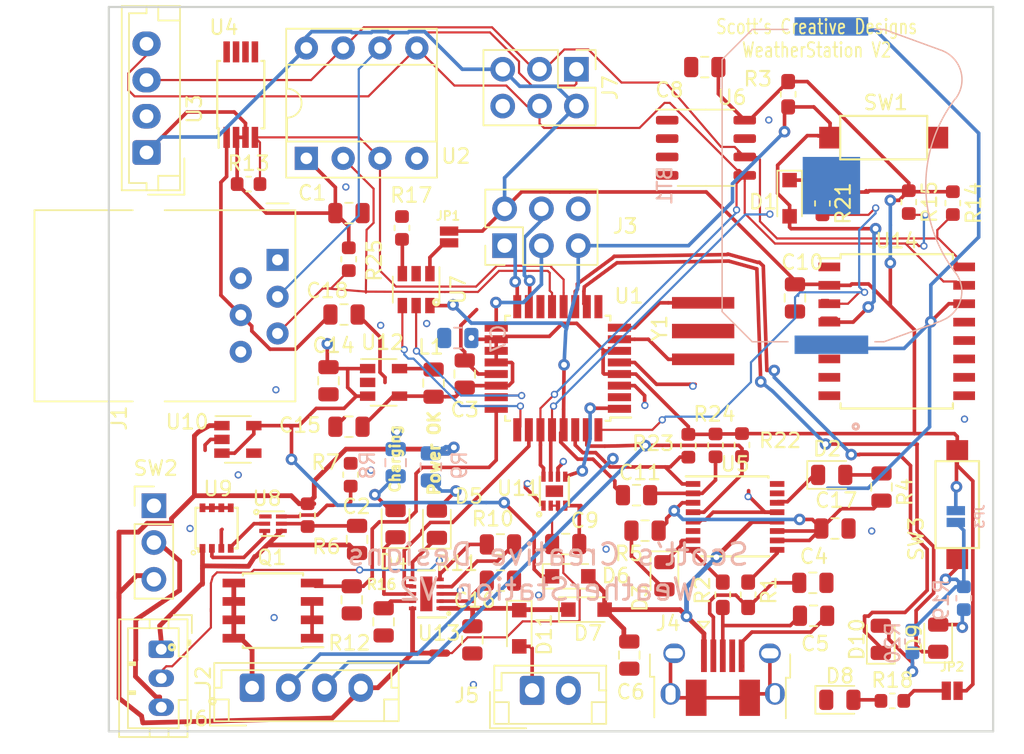
<source format=kicad_pcb>
(kicad_pcb (version 20171130) (host pcbnew "(5.0.1)-rc2")
  (layers (0 F.Cu signal) (31 B.Cu signal) (34 B.Paste user) (35 F.Paste user) (36 B.SilkS user) (37 F.SilkS user) (38 B.Mask user) (39 F.Mask user) (44 Edge.Cuts user))
  (net 0 "")
  (net 1 GND)
  (net 2 /Sheet5C1E5C91/Batt-)
  (net 3 "Net-(C2-Pad1)")
  (net 4 "Net-(C4-Pad1)")
  (net 5 "Net-(C5-Pad1)")
  (net 6 USB_PWR)
  (net 7 /RTS)
  (net 8 /XTAL1)
  (net 9 /XTAL2)
  (net 10 "Net-(C14-Pad2)")
  (net 11 "Net-(D2-Pad1)")
  (net 12 "Net-(D2-Pad2)")
  (net 13 "Net-(D3-Pad2)")
  (net 14 "Net-(D3-Pad1)")
  (net 15 "Net-(D4-Pad2)")
  (net 16 "Net-(D4-Pad1)")
  (net 17 "Net-(D5-Pad1)")
  (net 18 "Net-(D5-Pad2)")
  (net 19 /ANE_Tx)
  (net 20 /ANE_Vcc)
  (net 21 /ANE_Pulse)
  (net 22 /Sheet5C1E5C91/NTC)
  (net 23 /MISO)
  (net 24 /SCK)
  (net 25 /MOSI)
  (net 26 /RESET)
  (net 27 "Net-(L1-Pad1)")
  (net 28 "Net-(R1-Pad1)")
  (net 29 "Net-(R2-Pad1)")
  (net 30 /Sheet5C1E5C91/Batt+)
  (net 31 "Net-(R7-Pad1)")
  (net 32 "Net-(R10-Pad2)")
  (net 33 "Net-(R11-Pad1)")
  (net 34 "Net-(R12-Pad1)")
  (net 35 /RTC_INT)
  (net 36 BATT_ALRT)
  (net 37 Charge_EN)
  (net 38 I2C_SDA)
  (net 39 I2C_SCL)
  (net 40 /ANE_Vcc_EN)
  (net 41 "Net-(U8-Pad2)")
  (net 42 "Net-(U8-Pad3)")
  (net 43 "Net-(U8-Pad6)")
  (net 44 "Net-(U9-Pad5)")
  (net 45 "Net-(J4-Pad6)")
  (net 46 3V3)
  (net 47 /Sheet5C1E5C91/Solar+)
  (net 48 /Sheet5C1E5C91/SIM-)
  (net 49 Rx)
  (net 50 Tx)
  (net 51 SIM_EN)
  (net 52 "Net-(C17-Pad2)")
  (net 53 "Net-(D8-Pad2)")
  (net 54 "Net-(D9-Pad2)")
  (net 55 /GPLED1)
  (net 56 /GPLED2)
  (net 57 "Net-(D10-Pad2)")
  (net 58 "Net-(D11-Pad2)")
  (net 59 "Net-(JP1-Pad1)")
  (net 60 "Net-(JP2-Pad1)")
  (net 61 "Net-(JP3-Pad1)")
  (net 62 "Net-(R17-Pad2)")
  (net 63 /DONE)
  (net 64 /WAKE)
  (net 65 "Net-(BT1-Pad1)")
  (net 66 /Sheet5C1E5C91/Batt_int)
  (net 67 /Sheet5C1E5C91/BattMon+)
  (module EbayParts:Tact_SMD_Switch (layer F.Cu) (at 156.025 119.35 270)
    (fp_text reference SW3 (at 5.364 1.339 270) (layer F.SilkS))
    (fp_text value LED_Push)
    (pad 1 smd rect (at -0.7 -1.5 270) (size 1.5 1.5) (layers F.Cu F.Paste F.Mask) (net 46 3V3))
    (pad 2 smd rect (at 6.7 -1.5 270) (size 1.5 1.5) (layers F.Cu F.Paste F.Mask) (net 61 "Net-(JP3-Pad1)"))
  )
  (module MountingHole:MountingHole_2.2mm_M2 (layer F.Cu) (at 152.654 127)
    (fp_text reference REF** hide)
    (fp_text value MountingHole_2.2mm_M2)
    (pad 1 np_thru_hole circle (at 0 0) (size 2.2 2.2) (drill 2.2) (layers *.Cu *.Mask))
  )
  (module Package_TO_SOT_SMD:SOT-23-6 (layer F.Cu) (at 120.197 107.512 270)
    (fp_text reference U7 (at 0 -2.9 270) (layer F.SilkS))
    (fp_text value TPL5010)
    (pad 1 smd rect (at -1.1 -0.95 270) (size 1.06 0.65) (layers F.Cu F.Paste F.Mask) (net 59 "Net-(JP1-Pad1)"))
    (pad 2 smd rect (at -1.1 0 270) (size 1.06 0.65) (layers F.Cu F.Paste F.Mask) (net 1 GND))
    (pad 3 smd rect (at -1.1 0.95 270) (size 1.06 0.65) (layers F.Cu F.Paste F.Mask) (net 62 "Net-(R17-Pad2)"))
    (pad 4 smd rect (at 1.1 0.95 270) (size 1.06 0.65) (layers F.Cu F.Paste F.Mask) (net 63 /DONE))
    (pad 6 smd rect (at 1.1 -0.95 270) (size 1.06 0.65) (layers F.Cu F.Paste F.Mask) (net 26 /RESET))
    (pad 5 smd rect (at 1.1 0 270) (size 1.06 0.65) (layers F.Cu F.Paste F.Mask) (net 64 /WAKE))
  )
  (module Package_TO_SOT_SMD:SOT-23-5 (layer F.Cu) (at 107.9 117.85)
    (fp_text reference U10 (at -3.5 -1.21) (layer F.SilkS))
    (fp_text value MAX40200)
    (pad 5 smd rect (at 1.1 -0.95) (size 1.06 0.65) (layers F.Cu F.Paste F.Mask) (net 10 "Net-(C14-Pad2)"))
    (pad 4 smd rect (at 1.1 0.95) (size 1.06 0.65) (layers F.Cu F.Paste F.Mask))
    (pad 3 smd rect (at -1.1 0.95) (size 1.06 0.65) (layers F.Cu F.Paste F.Mask) (net 10 "Net-(C14-Pad2)"))
    (pad 2 smd rect (at -1.1 0) (size 1.06 0.65) (layers F.Cu F.Paste F.Mask) (net 1 GND))
    (pad 1 smd rect (at -1.1 -0.95) (size 1.06 0.65) (layers F.Cu F.Paste F.Mask) (net 30 /Sheet5C1E5C91/Batt+))
  )
  (module CustomFP:TQFN-8_2x2x0.75 (layer F.Cu) (at 128.73228 122.42292 90)
    (fp_text reference U11 (at 1.19792 -1.48228 180) (layer F.SilkS))
    (fp_text value MAX17048)
    (pad 9 smd rect (at 1 1 180) (size 1.2 0.8) (layers F.Cu F.Paste F.Mask))
    (pad 5 smd rect (at 2 1.75 180) (size 0.3 0.7) (layers F.Cu F.Paste F.Mask) (net 36 BATT_ALRT))
    (pad 6 smd rect (at 2 1.25 180) (size 0.3 0.7) (layers F.Cu F.Paste F.Mask) (net 1 GND))
    (pad 7 smd rect (at 2 0.75 180) (size 0.3 0.7) (layers F.Cu F.Paste F.Mask) (net 39 I2C_SCL))
    (pad 8 smd rect (at 2 0.25 180) (size 0.3 0.7) (layers F.Cu F.Paste F.Mask) (net 38 I2C_SDA))
    (pad 1 smd rect (at 0 0.25 180) (size 0.3 0.7) (layers F.Cu F.Paste F.Mask) (net 1 GND))
    (pad 2 smd rect (at 0 0.75 180) (size 0.3 0.7) (layers F.Cu F.Paste F.Mask) (net 67 /Sheet5C1E5C91/BattMon+))
    (pad 3 smd rect (at 0 1.25 180) (size 0.3 0.7) (layers F.Cu F.Paste F.Mask) (net 67 /Sheet5C1E5C91/BattMon+))
    (pad 4 smd rect (at 0 1.75 180) (size 0.3 0.7) (layers F.Cu F.Paste F.Mask) (net 1 GND))
  )
  (module Package_SON:WSON-10-1EP_2x3mm_P0.5mm_EP0.84x2.4mm (layer F.Cu) (at 120.90146 128.51384 180)
    (fp_text reference U13 (at -0.87354 -2.71116 180) (layer F.SilkS))
    (fp_text value BQ24210)
    (pad 1 smd rect (at -0.95 -1 180) (size 0.5 0.25) (layers F.Cu F.Paste F.Mask) (net 47 /Sheet5C1E5C91/Solar+))
    (pad 2 smd rect (at -0.95 -0.5 180) (size 0.5 0.25) (layers F.Cu F.Paste F.Mask) (net 33 "Net-(R11-Pad1)"))
    (pad 3 smd rect (at -0.95 0 180) (size 0.5 0.25) (layers F.Cu F.Paste F.Mask) (net 1 GND))
    (pad 4 smd rect (at -0.95 0.5 180) (size 0.5 0.25) (layers F.Cu F.Paste F.Mask) (net 32 "Net-(R10-Pad2)"))
    (pad 5 smd rect (at -0.95 1 180) (size 0.5 0.25) (layers F.Cu F.Paste F.Mask) (net 22 /Sheet5C1E5C91/NTC))
    (pad 6 smd rect (at 0.95 1 180) (size 0.5 0.25) (layers F.Cu F.Paste F.Mask) (net 17 "Net-(D5-Pad1)"))
    (pad 7 smd rect (at 0.95 0.5 180) (size 0.5 0.25) (layers F.Cu F.Paste F.Mask) (net 37 Charge_EN))
    (pad 8 smd rect (at 0.95 0 180) (size 0.5 0.25) (layers F.Cu F.Paste F.Mask) (net 16 "Net-(D4-Pad1)"))
    (pad 9 smd rect (at 0.95 -0.5 180) (size 0.5 0.25) (layers F.Cu F.Paste F.Mask) (net 34 "Net-(R12-Pad1)"))
    (pad 10 smd rect (at 0.95 -1 180) (size 0.5 0.25) (layers F.Cu F.Paste F.Mask) (net 30 /Sheet5C1E5C91/Batt+))
    (pad 11 smd rect (at 0 0 180) (size 0.84 2.4) (layers F.Cu F.Mask))
  )
  (module Package_SON:WSON-6_1.5x1.5mm_P0.5mm (layer F.Cu) (at 110.32586 123.66752)
    (fp_text reference U8 (at -0.41498 -1.7399) (layer F.SilkS))
    (fp_text value BQ297xy)
    (pad 1 smd rect (at -0.525 -0.5 270) (size 0.28 0.85) (layers F.Cu F.Paste F.Mask))
    (pad 2 smd rect (at -0.575 0 270) (size 0.28 0.75) (layers F.Cu F.Paste F.Mask) (net 41 "Net-(U8-Pad2)"))
    (pad 3 smd rect (at -0.575 0.5 270) (size 0.28 0.75) (layers F.Cu F.Paste F.Mask) (net 42 "Net-(U8-Pad3)"))
    (pad 4 smd rect (at 0.575 0.5 270) (size 0.28 0.75) (layers F.Cu F.Paste F.Mask) (net 2 /Sheet5C1E5C91/Batt-))
    (pad 5 smd rect (at 0.575 0 270) (size 0.28 0.75) (layers F.Cu F.Paste F.Mask) (net 3 "Net-(C2-Pad1)"))
    (pad 6 smd rect (at 0.575 -0.5 270) (size 0.28 0.75) (layers F.Cu F.Paste F.Mask) (net 43 "Net-(U8-Pad6)"))
  )
  (module CustomFP:wireJump (layer F.Cu) (at 115.21 122.4 270)
    (fp_text reference W3 hide)
    (fp_text value Wire_Jump)
    (pad 1 smd rect (at 0 0 270) (size 0.2 0.8) (layers F.Cu F.Paste) (net 31 "Net-(R7-Pad1)"))
    (pad 2 smd trapezoid (at 0 0.5 270) (size 0.2 0.8) (layers F.Cu F.Paste) (net 43 "Net-(U8-Pad6)"))
  )
  (module MountingHole:MountingHole_2.2mm_M2 (layer F.Cu) (at 136.144 90.424)
    (fp_text reference REF** hide)
    (fp_text value MountingHole_2.2mm_M2)
    (pad 1 np_thru_hole circle (at 0 0) (size 2.2 2.2) (drill 2.2) (layers *.Cu *.Mask))
  )
  (module EbayParts:Tact_SMD_Switch (layer F.Cu) (at 149.45 98.52)
    (fp_text reference SW1 (at 3.14 -3.92) (layer F.SilkS))
    (fp_text value SW_Push)
    (pad 1 smd rect (at -0.7 -1.5) (size 1.5 1.5) (layers F.Cu F.Paste F.Mask) (net 26 /RESET))
    (pad 2 smd rect (at 6.7 -1.5) (size 1.5 1.5) (layers F.Cu F.Paste F.Mask) (net 1 GND))
  )
  (module Capacitor_SMD:C_0805_2012Metric (layer F.Cu) (at 115.5625 102.23 180)
    (fp_text reference C1 (at 2.5325 1.392 180) (layer F.SilkS))
    (fp_text value 100nF)
    (pad 2 smd roundrect (at 0.9375 0 180) (size 0.975 1.4) (layers F.Cu F.Paste F.Mask) (net 46 3V3))
    (pad 1 smd roundrect (at -0.9375 0 180) (size 0.975 1.4) (layers F.Cu F.Paste F.Mask) (net 1 GND))
  )
  (module Capacitor_SMD:C_0805_2012Metric (layer F.Cu) (at 116.12118 124.75488 270)
    (fp_text reference C2 (at -2.27488 0.04118) (layer F.SilkS))
    (fp_text value 0.1uF)
    (pad 2 smd roundrect (at 0.9375 0 270) (size 0.975 1.4) (layers F.Cu F.Paste F.Mask) (net 2 /Sheet5C1E5C91/Batt-))
    (pad 1 smd roundrect (at -0.9375 0 270) (size 0.975 1.4) (layers F.Cu F.Paste F.Mask) (net 3 "Net-(C2-Pad1)"))
  )
  (module Capacitor_SMD:C_0805_2012Metric (layer F.Cu) (at 123.55 113.3375 90)
    (fp_text reference C3 (at -2.4625 0) (layer F.SilkS))
    (fp_text value 100nF)
    (pad 2 smd roundrect (at 0.9375 0 90) (size 0.975 1.4) (layers F.Cu F.Paste F.Mask) (net 1 GND))
    (pad 1 smd roundrect (at -0.9375 0 90) (size 0.975 1.4) (layers F.Cu F.Paste F.Mask) (net 46 3V3))
  )
  (module Capacitor_SMD:C_0805_2012Metric (layer F.Cu) (at 147.5625 127.75)
    (fp_text reference C4 (at 0.075 -1.825) (layer F.SilkS))
    (fp_text value 47pF)
    (pad 2 smd roundrect (at 0.9375 0) (size 0.975 1.4) (layers F.Cu F.Paste F.Mask) (net 1 GND))
    (pad 1 smd roundrect (at -0.9375 0) (size 0.975 1.4) (layers F.Cu F.Paste F.Mask) (net 4 "Net-(C4-Pad1)"))
  )
  (module Capacitor_SMD:C_0805_2012Metric (layer F.Cu) (at 147.6125 130.025)
    (fp_text reference C5 (at 0.1125 1.925) (layer F.SilkS))
    (fp_text value 47pF)
    (pad 2 smd roundrect (at 0.9375 0) (size 0.975 1.4) (layers F.Cu F.Paste F.Mask) (net 1 GND))
    (pad 1 smd roundrect (at -0.9375 0) (size 0.975 1.4) (layers F.Cu F.Paste F.Mask) (net 5 "Net-(C5-Pad1)"))
  )
  (module Capacitor_SMD:C_0805_2012Metric (layer F.Cu) (at 134.9 132.7375 90)
    (fp_text reference C6 (at -2.5375 0.1 180) (layer F.SilkS))
    (fp_text value 100nF)
    (pad 2 smd roundrect (at 0.9375 0 90) (size 0.975 1.4) (layers F.Cu F.Paste F.Mask) (net 6 USB_PWR))
    (pad 1 smd roundrect (at -0.9375 0 90) (size 0.975 1.4) (layers F.Cu F.Paste F.Mask) (net 1 GND))
  )
  (module Capacitor_SMD:C_0805_2012Metric (layer B.Cu) (at 123.07 110.85 180)
    (fp_text reference C7 (at -2.794 -0.04572 270) (layer B.SilkS) (effects (justify mirror)))
    (fp_text value 100nF)
    (pad 2 smd roundrect (at 0.9375 0 180) (size 0.975 1.4) (layers B.Cu B.Paste B.Mask) (net 1 GND))
    (pad 1 smd roundrect (at -0.9375 0 180) (size 0.975 1.4) (layers B.Cu B.Paste B.Mask) (net 46 3V3))
  )
  (module Capacitor_SMD:C_0805_2012Metric (layer F.Cu) (at 140.11 92.15 180)
    (fp_text reference C8 (at 2.442 -1.576) (layer F.SilkS))
    (fp_text value 100nF)
    (pad 2 smd roundrect (at 0.9375 0 180) (size 0.975 1.4) (layers F.Cu F.Paste F.Mask) (net 1 GND))
    (pad 1 smd roundrect (at -0.9375 0 180) (size 0.975 1.4) (layers F.Cu F.Paste F.Mask) (net 46 3V3))
  )
  (module Capacitor_SMD:C_0805_2012Metric (layer F.Cu) (at 130.5125 125.075 180)
    (fp_text reference C9 (at -1.3135 1.631 180) (layer F.SilkS))
    (fp_text value 0.1uF)
    (pad 2 smd roundrect (at 0.9375 0 180) (size 0.975 1.4) (layers F.Cu F.Paste F.Mask) (net 67 /Sheet5C1E5C91/BattMon+))
    (pad 1 smd roundrect (at -0.9375 0 180) (size 0.975 1.4) (layers F.Cu F.Paste F.Mask) (net 1 GND))
  )
  (module Capacitor_SMD:C_0805_2012Metric (layer F.Cu) (at 146.33 108.0825 270)
    (fp_text reference C10 (at -2.4625 -0.5) (layer F.SilkS))
    (fp_text value 100nF)
    (pad 2 smd roundrect (at 0.9375 0 270) (size 0.975 1.4) (layers F.Cu F.Paste F.Mask) (net 1 GND))
    (pad 1 smd roundrect (at -0.9375 0 270) (size 0.975 1.4) (layers F.Cu F.Paste F.Mask) (net 46 3V3))
  )
  (module Capacitor_SMD:C_0805_2012Metric (layer F.Cu) (at 135.4 121.7)
    (fp_text reference C11 (at 0.236 -1.558) (layer F.SilkS))
    (fp_text value 100nF)
    (pad 2 smd roundrect (at 0.9375 0) (size 0.975 1.4) (layers F.Cu F.Paste F.Mask) (net 7 /RTS))
    (pad 1 smd roundrect (at -0.9375 0) (size 0.975 1.4) (layers F.Cu F.Paste F.Mask) (net 26 /RESET))
  )
  (module Capacitor_SMD:C_0805_2012Metric (layer F.Cu) (at 114.15112 113.80176 90)
    (fp_text reference C14 (at 2.44176 0.34888) (layer F.SilkS))
    (fp_text value 4.7uF)
    (pad 2 smd roundrect (at 0.9375 0 90) (size 0.975 1.4) (layers F.Cu F.Paste F.Mask) (net 10 "Net-(C14-Pad2)"))
    (pad 1 smd roundrect (at -0.9375 0 90) (size 0.975 1.4) (layers F.Cu F.Paste F.Mask) (net 1 GND))
  )
  (module Capacitor_SMD:C_0805_2012Metric (layer F.Cu) (at 115.5625 116.975)
    (fp_text reference C15 (at -3.3825 -0.105 -180) (layer F.SilkS))
    (fp_text value 10uF)
    (pad 2 smd roundrect (at 0.9375 0) (size 0.975 1.4) (layers F.Cu F.Paste F.Mask) (net 46 3V3))
    (pad 1 smd roundrect (at -0.9375 0) (size 0.975 1.4) (layers F.Cu F.Paste F.Mask) (net 1 GND))
  )
  (module Capacitor_SMD:C_0805_2012Metric (layer F.Cu) (at 124.075 131.6875 270)
    (fp_text reference C16 (at -2.73658 -0.15614) (layer F.SilkS))
    (fp_text value 0.1uF)
    (pad 2 smd roundrect (at 0.9375 0 270) (size 0.975 1.4) (layers F.Cu F.Paste F.Mask) (net 1 GND))
    (pad 1 smd roundrect (at -0.9375 0 270) (size 0.975 1.4) (layers F.Cu F.Paste F.Mask) (net 47 /Sheet5C1E5C91/Solar+))
  )
  (module LED_SMD:LED_0805_2012Metric (layer F.Cu) (at 148.8625 120.3)
    (fp_text reference D2 (at -0.3125 -1.8) (layer F.SilkS))
    (fp_text value TXLED)
    (pad 2 smd roundrect (at 0.9375 0) (size 0.975 1.4) (layers F.Cu F.Paste F.Mask) (net 12 "Net-(D2-Pad2)"))
    (pad 1 smd roundrect (at -0.9375 0) (size 0.975 1.4) (layers F.Cu F.Paste F.Mask) (net 11 "Net-(D2-Pad1)"))
  )
  (module LED_SMD:LED_0805_2012Metric (layer F.Cu) (at 137.325 127.2625 270)
    (fp_text reference D3 (at 1.5155 1.689 90) (layer F.SilkS))
    (fp_text value RXLED)
    (pad 2 smd roundrect (at 0.9375 0 270) (size 0.975 1.4) (layers F.Cu F.Paste F.Mask) (net 13 "Net-(D3-Pad2)"))
    (pad 1 smd roundrect (at -0.9375 0 270) (size 0.975 1.4) (layers F.Cu F.Paste F.Mask) (net 14 "Net-(D3-Pad1)"))
  )
  (module LED_SMD:LED_0805_2012Metric (layer F.Cu) (at 118.77802 123.66728 90)
    (fp_text reference D4 (at -2.63272 -0.14802 180) (layer F.SilkS))
    (fp_text value LED)
    (pad 2 smd roundrect (at 0.9375 0 90) (size 0.975 1.4) (layers F.Cu F.Paste F.Mask) (net 15 "Net-(D4-Pad2)"))
    (pad 1 smd roundrect (at -0.9375 0 90) (size 0.975 1.4) (layers F.Cu F.Paste F.Mask) (net 16 "Net-(D4-Pad1)"))
  )
  (module LED_SMD:LED_0805_2012Metric (layer F.Cu) (at 121.6279 123.70562 90)
    (fp_text reference D5 (at 1.93562 2.2021 180) (layer F.SilkS))
    (fp_text value LED)
    (pad 2 smd roundrect (at 0.9375 0 90) (size 0.975 1.4) (layers F.Cu F.Paste F.Mask) (net 18 "Net-(D5-Pad2)"))
    (pad 1 smd roundrect (at -0.9375 0 90) (size 0.975 1.4) (layers F.Cu F.Paste F.Mask) (net 17 "Net-(D5-Pad1)"))
  )
  (module Connector_RJ:RJ12_Amphenol_54601 (layer F.Cu) (at 110.63986 105.45826 270)
    (fp_text reference J1 (at 10.922 10.922 270) (layer F.SilkS))
    (fp_text value RJ12)
    (pad 1 thru_hole rect (at 0 0 270) (size 1.52 1.52) (drill 0.76) (layers *.Cu *.Mask))
    (pad "" np_thru_hole circle (at -1.91 8.89 270) (size 3.25 3.25) (drill 3.25) (layers *.Cu *.Mask))
    (pad 2 thru_hole circle (at 1.27 2.54 270) (size 1.52 1.52) (drill 0.76) (layers *.Cu *.Mask) (net 1 GND))
    (pad 3 thru_hole circle (at 2.54 0 270) (size 1.52 1.52) (drill 0.76) (layers *.Cu *.Mask) (net 21 /ANE_Pulse))
    (pad 4 thru_hole circle (at 3.81 2.54 270) (size 1.52 1.52) (drill 0.76) (layers *.Cu *.Mask) (net 20 /ANE_Vcc))
    (pad 5 thru_hole circle (at 5.08 0 270) (size 1.52 1.52) (drill 0.76) (layers *.Cu *.Mask) (net 19 /ANE_Tx))
    (pad 6 thru_hole circle (at 6.35 2.54 270) (size 1.52 1.52) (drill 0.76) (layers *.Cu *.Mask))
    (pad "" np_thru_hole circle (at 8.25 8.89 270) (size 3.25 3.25) (drill 3.25) (layers *.Cu *.Mask))
  )
  (module Connector_JST:JST_EH_B02B-EH-A_1x02_P2.50mm_Vertical (layer F.Cu) (at 128.2 135.175)
    (fp_text reference J5 (at -4.5067 0.34754) (layer F.SilkS))
    (fp_text value Conn_01x02)
    (pad 2 thru_hole oval (at 2.5 0) (size 1.7 2) (drill 1) (layers *.Cu *.Mask) (net 1 GND))
    (pad 1 thru_hole roundrect (at 0 0) (size 1.7 2) (drill 1) (layers *.Cu *.Mask) (roundrect_rratio 0.147059) (net 58 "Net-(D11-Pad2)"))
  )
  (module Inductor_SMD:L_0805_2012Metric (layer F.Cu) (at 121.40112 113.96426 270)
    (fp_text reference L1 (at -2.49404 0.18652) (layer F.SilkS))
    (fp_text value 2.2uH)
    (pad 2 smd roundrect (at 0.9375 0 270) (size 0.975 1.4) (layers F.Cu F.Paste F.Mask) (net 46 3V3))
    (pad 1 smd roundrect (at -0.9375 0 270) (size 0.975 1.4) (layers F.Cu F.Paste F.Mask) (net 27 "Net-(L1-Pad1)"))
  )
  (module Resistor_SMD:R_0603_1608Metric_Pad1.05x0.95mm_HandSolder (layer F.Cu) (at 143.1 128.575 270)
    (fp_text reference R1 (at -0.305 -1.426 90) (layer F.SilkS))
    (fp_text value 27R)
    (pad 2 smd roundrect (at 0.875 0 270) (size 1.05 0.95) (layers F.Cu F.Paste F.Mask) (net 4 "Net-(C4-Pad1)"))
    (pad 1 smd roundrect (at -0.875 0 270) (size 1.05 0.95) (layers F.Cu F.Paste F.Mask) (net 28 "Net-(R1-Pad1)"))
  )
  (module Resistor_SMD:R_0603_1608Metric_Pad1.05x0.95mm_HandSolder (layer F.Cu) (at 141.35 128.575 270)
    (fp_text reference R2 (at -0.305 1.396 90) (layer F.SilkS))
    (fp_text value 27R)
    (pad 2 smd roundrect (at 0.875 0 270) (size 1.05 0.95) (layers F.Cu F.Paste F.Mask) (net 5 "Net-(C5-Pad1)"))
    (pad 1 smd roundrect (at -0.875 0 270) (size 1.05 0.95) (layers F.Cu F.Paste F.Mask) (net 29 "Net-(R2-Pad1)"))
  )
  (module Resistor_SMD:R_0603_1608Metric_Pad1.05x0.95mm_HandSolder (layer F.Cu) (at 145.86 94.025 90)
    (fp_text reference R3 (at 1.061 -2.096 180) (layer F.SilkS))
    (fp_text value 100k)
    (pad 2 smd roundrect (at 0.875 0 90) (size 1.05 0.95) (layers F.Cu F.Paste F.Mask) (net 46 3V3))
    (pad 1 smd roundrect (at -0.875 0 90) (size 1.05 0.95) (layers F.Cu F.Paste F.Mask) (net 26 /RESET))
  )
  (module Resistor_SMD:R_0805_2012Metric (layer F.Cu) (at 152.3 121.1375 270)
    (fp_text reference R4 (at 0.3452 -1.6129 270) (layer F.SilkS))
    (fp_text value 270R)
    (pad 2 smd roundrect (at 0.9375 0 270) (size 0.975 1.4) (layers F.Cu F.Paste F.Mask) (net 52 "Net-(C17-Pad2)"))
    (pad 1 smd roundrect (at -0.9375 0 270) (size 0.975 1.4) (layers F.Cu F.Paste F.Mask) (net 12 "Net-(D2-Pad2)"))
  )
  (module Resistor_SMD:R_0805_2012Metric (layer F.Cu) (at 135.9875 124.15)
    (fp_text reference R5 (at -1.1135 1.58) (layer F.SilkS))
    (fp_text value 270R)
    (pad 2 smd roundrect (at 0.9375 0) (size 0.975 1.4) (layers F.Cu F.Paste F.Mask) (net 52 "Net-(C17-Pad2)"))
    (pad 1 smd roundrect (at -0.9375 0) (size 0.975 1.4) (layers F.Cu F.Paste F.Mask) (net 13 "Net-(D3-Pad2)"))
  )
  (module Resistor_SMD:R_0805_2012Metric (layer B.Cu) (at 118.78564 119.45644 270)
    (fp_text reference R8 (at 0.17756 1.94564 270) (layer B.SilkS) (effects (justify mirror)))
    (fp_text value 330)
    (pad 2 smd roundrect (at 0.9375 0 270) (size 0.975 1.4) (layers B.Cu B.Paste B.Mask) (net 15 "Net-(D4-Pad2)"))
    (pad 1 smd roundrect (at -0.9375 0 270) (size 0.975 1.4) (layers B.Cu B.Paste B.Mask) (net 30 /Sheet5C1E5C91/Batt+))
  )
  (module Resistor_SMD:R_0805_2012Metric (layer B.Cu) (at 121.21642 119.74854 270)
    (fp_text reference R9 (at -0.11454 -1.97358 270) (layer B.SilkS) (effects (justify mirror)))
    (fp_text value 330)
    (pad 2 smd roundrect (at 0.9375 0 270) (size 0.975 1.4) (layers B.Cu B.Paste B.Mask) (net 18 "Net-(D5-Pad2)"))
    (pad 1 smd roundrect (at -0.9375 0 270) (size 0.975 1.4) (layers B.Cu B.Paste B.Mask) (net 30 /Sheet5C1E5C91/Batt+))
  )
  (module Resistor_SMD:R_0805_2012Metric (layer F.Cu) (at 126.0125 125.1)
    (fp_text reference R10 (at -0.52344 -1.76786) (layer F.SilkS))
    (fp_text value RT)
    (pad 2 smd roundrect (at 0.9375 0) (size 0.975 1.4) (layers F.Cu F.Paste F.Mask) (net 32 "Net-(R10-Pad2)"))
    (pad 1 smd roundrect (at -0.9375 0) (size 0.975 1.4) (layers F.Cu F.Paste F.Mask) (net 22 /Sheet5C1E5C91/NTC))
  )
  (module Resistor_SMD:R_0805_2012Metric (layer F.Cu) (at 126.0125 127.6)
    (fp_text reference R11 (at -3.0025 -1.19) (layer F.SilkS))
    (fp_text value 330)
    (pad 2 smd roundrect (at 0.9375 0) (size 0.975 1.4) (layers F.Cu F.Paste F.Mask) (net 1 GND))
    (pad 1 smd roundrect (at -0.9375 0) (size 0.975 1.4) (layers F.Cu F.Paste F.Mask) (net 33 "Net-(R11-Pad1)"))
  )
  (module Resistor_SMD:R_0805_2012Metric (layer F.Cu) (at 117.95506 130.44448 270)
    (fp_text reference R12 (at 1.45552 2.36506) (layer F.SilkS))
    (fp_text value 330)
    (pad 2 smd roundrect (at 0.9375 0 270) (size 0.975 1.4) (layers F.Cu F.Paste F.Mask) (net 1 GND))
    (pad 1 smd roundrect (at -0.9375 0 270) (size 0.975 1.4) (layers F.Cu F.Paste F.Mask) (net 34 "Net-(R12-Pad1)"))
  )
  (module Package_QFP:TQFP-32_7x7mm_P0.8mm (layer F.Cu) (at 129.9718 112.93856 180)
    (fp_text reference U1 (at -4.9022 4.98856 180) (layer F.SilkS))
    (fp_text value ATmega328P-AU)
    (pad 32 smd rect (at -2.8 -4.25 270) (size 1.6 0.55) (layers F.Cu F.Paste F.Mask) (net 35 /RTC_INT))
    (pad 31 smd rect (at -2 -4.25 270) (size 1.6 0.55) (layers F.Cu F.Paste F.Mask) (net 50 Tx))
    (pad 30 smd rect (at -1.2 -4.25 270) (size 1.6 0.55) (layers F.Cu F.Paste F.Mask) (net 49 Rx))
    (pad 29 smd rect (at -0.4 -4.25 270) (size 1.6 0.55) (layers F.Cu F.Paste F.Mask) (net 26 /RESET))
    (pad 28 smd rect (at 0.4 -4.25 270) (size 1.6 0.55) (layers F.Cu F.Paste F.Mask) (net 39 I2C_SCL))
    (pad 27 smd rect (at 1.2 -4.25 270) (size 1.6 0.55) (layers F.Cu F.Paste F.Mask) (net 38 I2C_SDA))
    (pad 26 smd rect (at 2 -4.25 270) (size 1.6 0.55) (layers F.Cu F.Paste F.Mask) (net 37 Charge_EN))
    (pad 25 smd rect (at 2.8 -4.25 270) (size 1.6 0.55) (layers F.Cu F.Paste F.Mask) (net 63 /DONE))
    (pad 24 smd rect (at 4.25 -2.8 180) (size 1.6 0.55) (layers F.Cu F.Paste F.Mask) (net 51 SIM_EN))
    (pad 23 smd rect (at 4.25 -2 180) (size 1.6 0.55) (layers F.Cu F.Paste F.Mask) (net 64 /WAKE))
    (pad 22 smd rect (at 4.25 -1.2 180) (size 1.6 0.55) (layers F.Cu F.Paste F.Mask) (net 46 3V3))
    (pad 21 smd rect (at 4.25 -0.4 180) (size 1.6 0.55) (layers F.Cu F.Paste F.Mask) (net 1 GND))
    (pad 20 smd rect (at 4.25 0.4 180) (size 1.6 0.55) (layers F.Cu F.Paste F.Mask) (net 46 3V3))
    (pad 19 smd rect (at 4.25 1.2 180) (size 1.6 0.55) (layers F.Cu F.Paste F.Mask) (net 46 3V3))
    (pad 18 smd rect (at 4.25 2 180) (size 1.6 0.55) (layers F.Cu F.Paste F.Mask) (net 46 3V3))
    (pad 17 smd rect (at 4.25 2.8 180) (size 1.6 0.55) (layers F.Cu F.Paste F.Mask) (net 24 /SCK))
    (pad 16 smd rect (at 2.8 4.25 270) (size 1.6 0.55) (layers F.Cu F.Paste F.Mask) (net 23 /MISO))
    (pad 15 smd rect (at 2 4.25 270) (size 1.6 0.55) (layers F.Cu F.Paste F.Mask) (net 25 /MOSI))
    (pad 14 smd rect (at 1.2 4.25 270) (size 1.6 0.55) (layers F.Cu F.Paste F.Mask))
    (pad 13 smd rect (at 0.4 4.25 270) (size 1.6 0.55) (layers F.Cu F.Paste F.Mask) (net 19 /ANE_Tx))
    (pad 12 smd rect (at -0.4 4.25 270) (size 1.6 0.55) (layers F.Cu F.Paste F.Mask) (net 40 /ANE_Vcc_EN))
    (pad 11 smd rect (at -1.2 4.25 270) (size 1.6 0.55) (layers F.Cu F.Paste F.Mask) (net 56 /GPLED2))
    (pad 10 smd rect (at -2 4.25 270) (size 1.6 0.55) (layers F.Cu F.Paste F.Mask) (net 55 /GPLED1))
    (pad 9 smd rect (at -2.8 4.25 270) (size 1.6 0.55) (layers F.Cu F.Paste F.Mask))
    (pad 8 smd rect (at -4.25 2.8 180) (size 1.6 0.55) (layers F.Cu F.Paste F.Mask) (net 9 /XTAL2))
    (pad 7 smd rect (at -4.25 2 180) (size 1.6 0.55) (layers F.Cu F.Paste F.Mask) (net 8 /XTAL1))
    (pad 6 smd rect (at -4.25 1.2 180) (size 1.6 0.55) (layers F.Cu F.Paste F.Mask) (net 46 3V3))
    (pad 5 smd rect (at -4.25 0.4 180) (size 1.6 0.55) (layers F.Cu F.Paste F.Mask) (net 1 GND))
    (pad 4 smd rect (at -4.25 -0.4 180) (size 1.6 0.55) (layers F.Cu F.Paste F.Mask) (net 46 3V3))
    (pad 3 smd rect (at -4.25 -1.2 180) (size 1.6 0.55) (layers F.Cu F.Paste F.Mask) (net 1 GND))
    (pad 2 smd rect (at -4.25 -2 180) (size 1.6 0.55) (layers F.Cu F.Paste F.Mask))
    (pad 1 smd rect (at -4.25 -2.8 180) (size 1.6 0.55) (layers F.Cu F.Paste F.Mask) (net 36 BATT_ALRT))
  )
  (module Package_SO:TSSOP-8_4.4x3mm_P0.65mm (layer F.Cu) (at 108.1 94.05 90)
    (fp_text reference U4 (at 4.642 -1.166) (layer F.SilkS))
    (fp_text value FDW254p)
    (pad 8 smd rect (at 2.95 -0.975 90) (size 1.45 0.45) (layers F.Cu F.Paste F.Mask))
    (pad 7 smd rect (at 2.95 -0.325 90) (size 1.45 0.45) (layers F.Cu F.Paste F.Mask))
    (pad 6 smd rect (at 2.95 0.325 90) (size 1.45 0.45) (layers F.Cu F.Paste F.Mask))
    (pad 5 smd rect (at 2.95 0.975 90) (size 1.45 0.45) (layers F.Cu F.Paste F.Mask))
    (pad 4 smd rect (at -2.95 0.975 90) (size 1.45 0.45) (layers F.Cu F.Paste F.Mask) (net 40 /ANE_Vcc_EN))
    (pad 3 smd rect (at -2.95 0.325 90) (size 1.45 0.45) (layers F.Cu F.Paste F.Mask) (net 46 3V3))
    (pad 2 smd rect (at -2.95 -0.325 90) (size 1.45 0.45) (layers F.Cu F.Paste F.Mask) (net 46 3V3))
    (pad 1 smd rect (at -2.95 -0.975 90) (size 1.45 0.45) (layers F.Cu F.Paste F.Mask) (net 20 /ANE_Vcc))
  )
  (module Package_SO:SSOP-8_3.9x5.05mm_P1.27mm (layer F.Cu) (at 140.19 97.72)
    (fp_text reference U6 (at 1.796 -3.48) (layer F.SilkS))
    (fp_text value MB85RC64)
    (pad 8 smd roundrect (at 2.675 -1.905) (size 1.55 0.6) (layers F.Cu F.Paste F.Mask) (net 46 3V3))
    (pad 7 smd roundrect (at 2.675 -0.635) (size 1.55 0.6) (layers F.Cu F.Paste F.Mask) (net 1 GND))
    (pad 6 smd roundrect (at 2.675 0.635) (size 1.55 0.6) (layers F.Cu F.Paste F.Mask) (net 39 I2C_SCL))
    (pad 5 smd roundrect (at 2.675 1.905) (size 1.55 0.6) (layers F.Cu F.Paste F.Mask) (net 38 I2C_SDA))
    (pad 4 smd roundrect (at -2.675 1.905) (size 1.55 0.6) (layers F.Cu F.Paste F.Mask) (net 1 GND))
    (pad 3 smd roundrect (at -2.675 0.635) (size 1.55 0.6) (layers F.Cu F.Paste F.Mask) (net 1 GND))
    (pad 2 smd roundrect (at -2.675 -0.635) (size 1.55 0.6) (layers F.Cu F.Paste F.Mask) (net 1 GND))
    (pad 1 smd roundrect (at -2.675 -1.905) (size 1.55 0.6) (layers F.Cu F.Paste F.Mask) (net 1 GND))
  )
  (module CustomFP:sot-28 (layer F.Cu) (at 106.43362 123.97232)
    (fp_text reference U9 (at 0.09398 -2.72288 -180) (layer F.SilkS))
    (fp_text value ECH8693R)
    (pad 8 smd rect (at -0.975 -1.4) (size 0.4 0.6) (layers F.Cu F.Paste F.Mask) (net 44 "Net-(U9-Pad5)"))
    (pad 7 smd rect (at -0.325 -1.4) (size 0.4 0.6) (layers F.Cu F.Paste F.Mask) (net 44 "Net-(U9-Pad5)"))
    (pad 6 smd rect (at 0.325 -1.4) (size 0.4 0.6) (layers F.Cu F.Paste F.Mask) (net 44 "Net-(U9-Pad5)"))
    (pad 5 smd rect (at 0.975 -1.4) (size 0.4 0.6) (layers F.Cu F.Paste F.Mask) (net 44 "Net-(U9-Pad5)"))
    (pad 4 smd rect (at 0.975 1.4) (size 0.4 0.6) (layers F.Cu F.Paste F.Mask) (net 41 "Net-(U8-Pad2)"))
    (pad 3 smd rect (at 0.325 1.4) (size 0.4 0.6) (layers F.Cu F.Paste F.Mask) (net 1 GND))
    (pad 2 smd rect (at -0.325 1.4) (size 0.4 0.6) (layers F.Cu F.Paste F.Mask) (net 42 "Net-(U8-Pad3)"))
    (pad 1 smd rect (at -0.975 1.4) (size 0.4 0.6) (layers F.Cu F.Paste F.Mask) (net 2 /Sheet5C1E5C91/Batt-))
  )
  (module Package_TO_SOT_SMD:SOT-23-5 (layer F.Cu) (at 117.95112 113.91426)
    (fp_text reference U12 (at -0.07612 -2.76426) (layer F.SilkS))
    (fp_text value LM3671)
    (pad 5 smd rect (at 1.1 -0.95) (size 1.06 0.65) (layers F.Cu F.Paste F.Mask) (net 27 "Net-(L1-Pad1)"))
    (pad 4 smd rect (at 1.1 0.95) (size 1.06 0.65) (layers F.Cu F.Paste F.Mask) (net 46 3V3))
    (pad 3 smd rect (at -1.1 0.95) (size 1.06 0.65) (layers F.Cu F.Paste F.Mask) (net 10 "Net-(C14-Pad2)"))
    (pad 2 smd rect (at -1.1 0) (size 1.06 0.65) (layers F.Cu F.Paste F.Mask) (net 1 GND))
    (pad 1 smd rect (at -1.1 -0.95) (size 1.06 0.65) (layers F.Cu F.Paste F.Mask) (net 10 "Net-(C14-Pad2)"))
  )
  (module Connector_PinHeader_2.54mm:PinHeader_1x03_P2.54mm_Vertical (layer F.Cu) (at 102.108 122.428)
    (fp_text reference SW2 (at 0.127 -2.5908) (layer F.SilkS))
    (fp_text value SW_SPDT)
    (pad 3 thru_hole oval (at 0 5.08) (size 1.7 1.7) (drill 1) (layers *.Cu *.Mask) (net 30 /Sheet5C1E5C91/Batt+))
    (pad 2 thru_hole oval (at 0 2.54) (size 1.7 1.7) (drill 1) (layers *.Cu *.Mask) (net 66 /Sheet5C1E5C91/Batt_int))
    (pad 1 thru_hole rect (at 0 0) (size 1.7 1.7) (drill 1) (layers *.Cu *.Mask))
  )
  (module Package_DIP:DIP-8_W7.62mm_Socket (layer F.Cu) (at 112.625 98.45 90)
    (fp_text reference U2 (at 0.152 10.311 180) (layer F.SilkS))
    (fp_text value ATtiny45V-10PU)
    (pad 8 thru_hole oval (at 7.62 0 90) (size 1.6 1.6) (drill 0.8) (layers *.Cu *.Mask) (net 46 3V3))
    (pad 4 thru_hole oval (at 0 7.62 90) (size 1.6 1.6) (drill 0.8) (layers *.Cu *.Mask) (net 1 GND))
    (pad 7 thru_hole oval (at 7.62 2.54 90) (size 1.6 1.6) (drill 0.8) (layers *.Cu *.Mask) (net 39 I2C_SCL))
    (pad 3 thru_hole oval (at 0 5.08 90) (size 1.6 1.6) (drill 0.8) (layers *.Cu *.Mask) (net 40 /ANE_Vcc_EN))
    (pad 6 thru_hole oval (at 7.62 5.08 90) (size 1.6 1.6) (drill 0.8) (layers *.Cu *.Mask) (net 21 /ANE_Pulse))
    (pad 2 thru_hole oval (at 0 2.54 90) (size 1.6 1.6) (drill 0.8) (layers *.Cu *.Mask) (net 19 /ANE_Tx))
    (pad 5 thru_hole oval (at 7.62 7.62 90) (size 1.6 1.6) (drill 0.8) (layers *.Cu *.Mask) (net 38 I2C_SDA))
    (pad 1 thru_hole rect (at 0 0 90) (size 1.6 1.6) (drill 0.8) (layers *.Cu *.Mask) (net 46 3V3))
  )
  (module Resistor_SMD:R_0603_1608Metric (layer F.Cu) (at 108.6375 100.225)
    (fp_text reference R13 (at 0 -1.43) (layer F.SilkS))
    (fp_text value 10k)
    (pad 2 smd roundrect (at 0.7875 0) (size 0.875 0.95) (layers F.Cu F.Paste F.Mask) (net 40 /ANE_Vcc_EN))
    (pad 1 smd roundrect (at -0.7875 0) (size 0.875 0.95) (layers F.Cu F.Paste F.Mask) (net 46 3V3))
  )
  (module Connector_PinHeader_2.54mm:PinHeader_2x03_P2.54mm_Vertical (layer F.Cu) (at 126.3 104.475 90)
    (fp_text reference J3 (at 1.351 8.32 180) (layer F.SilkS))
    (fp_text value AVR-ISP-6)
    (pad 6 thru_hole oval (at 2.54 5.08 90) (size 1.7 1.7) (drill 1) (layers *.Cu *.Mask) (net 1 GND))
    (pad 5 thru_hole oval (at 0 5.08 90) (size 1.7 1.7) (drill 1) (layers *.Cu *.Mask) (net 26 /RESET))
    (pad 4 thru_hole oval (at 2.54 2.54 90) (size 1.7 1.7) (drill 1) (layers *.Cu *.Mask) (net 25 /MOSI))
    (pad 3 thru_hole oval (at 0 2.54 90) (size 1.7 1.7) (drill 1) (layers *.Cu *.Mask) (net 24 /SCK))
    (pad 2 thru_hole oval (at 2.54 0 90) (size 1.7 1.7) (drill 1) (layers *.Cu *.Mask) (net 46 3V3))
    (pad 1 thru_hole rect (at 0 0 90) (size 1.7 1.7) (drill 1) (layers *.Cu *.Mask) (net 23 /MISO))
  )
  (module Resistor_SMD:R_0603_1608Metric (layer F.Cu) (at 157.22 101.54 270)
    (fp_text reference R14 (at 0 -1.43 270) (layer F.SilkS))
    (fp_text value 5k)
    (pad 2 smd roundrect (at 0.7875 0 270) (size 0.875 0.95) (layers F.Cu F.Paste F.Mask) (net 39 I2C_SCL))
    (pad 1 smd roundrect (at -0.7875 0 270) (size 0.875 0.95) (layers F.Cu F.Paste F.Mask) (net 46 3V3))
  )
  (module Resistor_SMD:R_0603_1608Metric (layer F.Cu) (at 154.18 101.47 270)
    (fp_text reference R15 (at 0 -1.43 270) (layer F.SilkS))
    (fp_text value 5k)
    (pad 2 smd roundrect (at 0.7875 0 270) (size 0.875 0.95) (layers F.Cu F.Paste F.Mask) (net 38 I2C_SDA))
    (pad 1 smd roundrect (at -0.7875 0 270) (size 0.875 0.95) (layers F.Cu F.Paste F.Mask) (net 46 3V3))
  )
  (module Resistor_SMD:R_0805_2012Metric (layer F.Cu) (at 115.76 128.9225 270)
    (fp_text reference R16 (at -1.0625 -2.05) (layer F.SilkS) (effects (font (size 0.7 0.7))))
    (fp_text value 330)
    (pad 2 smd roundrect (at 0.9375 0 270) (size 0.975 1.4) (layers F.Cu F.Paste F.Mask) (net 1 GND))
    (pad 1 smd roundrect (at -0.9375 0 270) (size 0.975 1.4) (layers F.Cu F.Paste F.Mask) (net 51 SIM_EN))
  )
  (module Package_SO:SOIC-8_3.9x4.9mm_P1.27mm (layer F.Cu) (at 110.32 129.67 180)
    (fp_text reference Q1 (at 0.08128 3.6703 180) (layer F.SilkS))
    (fp_text value AO4430)
    (pad 8 smd rect (at 2.7 -1.905 180) (size 1.55 0.6) (layers F.Cu F.Paste F.Mask) (net 48 /Sheet5C1E5C91/SIM-))
    (pad 7 smd rect (at 2.7 -0.635 180) (size 1.55 0.6) (layers F.Cu F.Paste F.Mask) (net 48 /Sheet5C1E5C91/SIM-))
    (pad 6 smd rect (at 2.7 0.635 180) (size 1.55 0.6) (layers F.Cu F.Paste F.Mask) (net 48 /Sheet5C1E5C91/SIM-))
    (pad 5 smd rect (at 2.7 1.905 180) (size 1.55 0.6) (layers F.Cu F.Paste F.Mask) (net 48 /Sheet5C1E5C91/SIM-))
    (pad 4 smd rect (at -2.7 1.905 180) (size 1.55 0.6) (layers F.Cu F.Paste F.Mask) (net 51 SIM_EN))
    (pad 3 smd rect (at -2.7 0.635 180) (size 1.55 0.6) (layers F.Cu F.Paste F.Mask) (net 1 GND))
    (pad 2 smd rect (at -2.7 -0.635 180) (size 1.55 0.6) (layers F.Cu F.Paste F.Mask) (net 1 GND))
    (pad 1 smd rect (at -2.7 -1.905 180) (size 1.55 0.6) (layers F.Cu F.Paste F.Mask) (net 1 GND))
  )
  (module MountingHole:MountingHole_2.2mm_M2 (layer F.Cu) (at 102.108 118.11)
    (fp_text reference REF** hide)
    (fp_text value MountingHole_2.2mm_M2)
    (pad 1 np_thru_hole circle (at 0 0) (size 2.2 2.2) (drill 2.2) (layers *.Cu *.Mask))
  )
  (module Capacitor_SMD:C_0805_2012Metric (layer F.Cu) (at 149.0875 124 180)
    (fp_text reference C17 (at -0.0875 1.95 180) (layer F.SilkS))
    (fp_text value 100nF)
    (pad 2 smd roundrect (at 0.9375 0 180) (size 0.975 1.4) (layers F.Cu F.Paste F.Mask) (net 52 "Net-(C17-Pad2)"))
    (pad 1 smd roundrect (at -0.9375 0 180) (size 0.975 1.4) (layers F.Cu F.Paste F.Mask) (net 1 GND))
  )
  (module Capacitor_SMD:C_0805_2012Metric (layer F.Cu) (at 115.2225 109.23 180)
    (fp_text reference C18 (at 1.1525 1.65 180) (layer F.SilkS))
    (fp_text value 100nF)
    (pad 1 smd roundrect (at -0.9375 0 180) (size 0.975 1.4) (layers F.Cu F.Paste F.Mask) (net 1 GND))
    (pad 2 smd roundrect (at 0.9375 0 180) (size 0.975 1.4) (layers F.Cu F.Paste F.Mask) (net 20 /ANE_Vcc))
  )
  (module LED_SMD:LED_0805_2012Metric (layer F.Cu) (at 149.425 135.825)
    (fp_text reference D8 (at 0 -1.65) (layer F.SilkS))
    (fp_text value "3V3 OK")
    (pad 1 smd roundrect (at -0.9375 0) (size 0.975 1.4) (layers F.Cu F.Paste F.Mask) (net 1 GND))
    (pad 2 smd roundrect (at 0.9375 0) (size 0.975 1.4) (layers F.Cu F.Paste F.Mask) (net 53 "Net-(D8-Pad2)"))
  )
  (module LED_SMD:LED_0805_2012Metric (layer F.Cu) (at 156.21 131.572 90)
    (fp_text reference D9 (at 0 -1.65 90) (layer F.SilkS))
    (fp_text value GPLED)
    (pad 2 smd roundrect (at 0.9375 0 90) (size 0.975 1.4) (layers F.Cu F.Paste F.Mask) (net 54 "Net-(D9-Pad2)"))
    (pad 1 smd roundrect (at -0.9375 0 90) (size 0.975 1.4) (layers F.Cu F.Paste F.Mask) (net 55 /GPLED1))
  )
  (module LED_SMD:LED_0805_2012Metric (layer F.Cu) (at 152.25 131.6505 90)
    (fp_text reference D10 (at 0 -1.65 90) (layer F.SilkS))
    (fp_text value GPLED)
    (pad 1 smd roundrect (at -0.9375 0 90) (size 0.975 1.4) (layers F.Cu F.Paste F.Mask) (net 56 /GPLED2))
    (pad 2 smd roundrect (at 0.9375 0 90) (size 0.975 1.4) (layers F.Cu F.Paste F.Mask) (net 57 "Net-(D10-Pad2)"))
  )
  (module CustomFP:USB_Micro-B_Adafruit (layer F.Cu) (at 140.5 134.3)
    (fp_text reference J4 (at -2.925 -3.75) (layer F.SilkS))
    (fp_text value USB_B_Micro)
    (pad 6 smd rect (at -0.985 1.385 90) (size 2.5 1.43) (layers F.Cu F.Paste F.Mask) (net 45 "Net-(J4-Pad6)"))
    (pad 6 thru_hole oval (at -2.755 1.115 90) (size 1.5 1.35) (drill oval 1.2 0.7) (layers *.Cu *.Mask) (net 45 "Net-(J4-Pad6)"))
    (pad 5 smd rect (at 2.15 -1.515 90) (size 2.25 0.4) (layers F.Cu F.Paste F.Mask) (net 1 GND))
    (pad 4 smd rect (at 1.5 -1.515 90) (size 2.25 0.4) (layers F.Cu F.Paste F.Mask))
    (pad 3 smd rect (at 0.85 -1.515 90) (size 2.25 0.4) (layers F.Cu F.Paste F.Mask) (net 5 "Net-(C5-Pad1)"))
    (pad 2 smd rect (at 0.2 -1.515 90) (size 2.25 0.4) (layers F.Cu F.Paste F.Mask) (net 4 "Net-(C4-Pad1)"))
    (pad 1 smd rect (at -0.45 -1.515 90) (size 2.25 0.4) (layers F.Cu F.Paste F.Mask) (net 6 USB_PWR))
    (pad 6 thru_hole oval (at 4.445 1.115 90) (size 1.5 1.35) (drill oval 1.2 0.7) (layers *.Cu *.Mask) (net 45 "Net-(J4-Pad6)"))
    (pad 6 smd rect (at 2.7 1.385 90) (size 2.5 1.43) (layers F.Cu F.Paste F.Mask) (net 45 "Net-(J4-Pad6)"))
    (pad 6 thru_hole oval (at -2.5 -1.685) (size 1.5 1.35) (drill oval 1.2 0.7) (layers *.Cu *.Mask) (net 45 "Net-(J4-Pad6)"))
    (pad 6 thru_hole oval (at 4.1 -1.685) (size 1.5 1.35) (drill oval 1.2 0.7) (layers *.Cu *.Mask) (net 45 "Net-(J4-Pad6)"))
    (pad "" np_thru_hole circle (at -1.105 -0.785 90) (size 0.85 0.85) (drill 0.85) (layers *.Cu *.Mask))
    (pad "" np_thru_hole circle (at 2.795 -0.785 90) (size 0.85 0.85) (drill 0.85) (layers *.Cu *.Mask))
  )
  (module Connector_PinHeader_2.54mm:PinHeader_2x03_P2.54mm_Vertical (layer F.Cu) (at 131.25 92.3 270)
    (fp_text reference J7 (at 1.27 -2.33 270) (layer F.SilkS))
    (fp_text value AVR-ISP-6)
    (pad 1 thru_hole rect (at 0 0 270) (size 1.7 1.7) (drill 1) (layers *.Cu *.Mask) (net 21 /ANE_Pulse))
    (pad 2 thru_hole oval (at 2.54 0 270) (size 1.7 1.7) (drill 1) (layers *.Cu *.Mask) (net 46 3V3))
    (pad 3 thru_hole oval (at 0 2.54 270) (size 1.7 1.7) (drill 1) (layers *.Cu *.Mask) (net 39 I2C_SCL))
    (pad 4 thru_hole oval (at 2.54 2.54 270) (size 1.7 1.7) (drill 1) (layers *.Cu *.Mask) (net 38 I2C_SDA))
    (pad 5 thru_hole oval (at 0 5.08 270) (size 1.7 1.7) (drill 1) (layers *.Cu *.Mask) (net 46 3V3))
    (pad 6 thru_hole oval (at 2.54 5.08 270) (size 1.7 1.7) (drill 1) (layers *.Cu *.Mask) (net 1 GND))
  )
  (module Jumpers:SMT-JUMPER_2_NO_NO-SILK (layer F.Cu) (at 122.47 103.8764 90)
    (fp_text reference JP1 (at 1.4564 -0.07 180) (layer F.SilkS) (effects (font (size 0.6096 0.6096) (thickness 0.127))))
    (fp_text value Jmp_NO hide)
    (pad 1 smd rect (at -0.4064 0 90) (size 0.635 1.27) (layers F.Cu F.Mask) (net 59 "Net-(JP1-Pad1)"))
    (pad 2 smd rect (at 0.4064 0 90) (size 0.635 1.27) (layers F.Cu F.Mask) (net 46 3V3))
  )
  (module Jumpers:SMT-JUMPER_2_NC_PASTE_NO-SILK (layer F.Cu) (at 157.175 135.2)
    (fp_text reference JP2 (at 0 -1.651) (layer F.SilkS) (effects (font (size 0.6096 0.6096) (thickness 0.127))))
    (fp_text value "Jmp PwrLED" hide)
    (pad 2 smd rect (at 0.4064 0) (size 0.635 1.27) (layers F.Cu F.Mask) (net 46 3V3))
    (pad 1 smd rect (at -0.4064 0) (size 0.635 1.27) (layers F.Cu F.Mask) (net 60 "Net-(JP2-Pad1)"))
  )
  (module Jumpers:SMT-JUMPER_2_NC_PASTE_NO-SILK (layer B.Cu) (at 157.425 123.175 90)
    (fp_text reference JP3 (at 0 1.651 90) (layer B.SilkS) (effects (font (size 0.6096 0.6096) (thickness 0.127)) (justify mirror)))
    (fp_text value "Jmp LED" hide)
    (pad 1 smd rect (at -0.4064 0 90) (size 0.635 1.27) (layers B.Cu B.Mask) (net 61 "Net-(JP3-Pad1)"))
    (pad 2 smd rect (at 0.4064 0 90) (size 0.635 1.27) (layers B.Cu B.Mask) (net 46 3V3))
  )
  (module Resistor_SMD:R_0603_1608Metric (layer F.Cu) (at 119.22 103.2525 270)
    (fp_text reference R17 (at -2.2625 -0.64) (layer F.SilkS))
    (fp_text value 10k)
    (pad 2 smd roundrect (at 0.7875 0 270) (size 0.875 0.95) (layers F.Cu F.Paste F.Mask) (net 62 "Net-(R17-Pad2)"))
    (pad 1 smd roundrect (at -0.7875 0 270) (size 0.875 0.95) (layers F.Cu F.Paste F.Mask) (net 1 GND))
  )
  (module Resistor_SMD:R_0603_1608Metric (layer F.Cu) (at 153.05 135.9)
    (fp_text reference R18 (at 0 -1.43) (layer F.SilkS))
    (fp_text value 300)
    (pad 1 smd roundrect (at -0.7875 0) (size 0.875 0.95) (layers F.Cu F.Paste F.Mask) (net 53 "Net-(D8-Pad2)"))
    (pad 2 smd roundrect (at 0.7875 0) (size 0.875 0.95) (layers F.Cu F.Paste F.Mask) (net 60 "Net-(JP2-Pad1)"))
  )
  (module Resistor_SMD:R_0603_1608Metric (layer B.Cu) (at 157.975 128.8125 90)
    (fp_text reference R19 (at -0.1125 -1.55 90) (layer B.SilkS) (effects (justify mirror)))
    (fp_text value 300)
    (pad 1 smd roundrect (at -0.7875 0 90) (size 0.875 0.95) (layers B.Cu B.Paste B.Mask) (net 54 "Net-(D9-Pad2)"))
    (pad 2 smd roundrect (at 0.7875 0 90) (size 0.875 0.95) (layers B.Cu B.Paste B.Mask) (net 61 "Net-(JP3-Pad1)"))
  )
  (module Resistor_SMD:R_0603_1608Metric (layer B.Cu) (at 154.432 131.8005 90)
    (fp_text reference R20 (at -0.0995 -1.357 90) (layer B.SilkS) (effects (justify mirror)))
    (fp_text value 300)
    (pad 2 smd roundrect (at 0.7875 0 90) (size 0.875 0.95) (layers B.Cu B.Paste B.Mask) (net 61 "Net-(JP3-Pad1)"))
    (pad 1 smd roundrect (at -0.7875 0 90) (size 0.875 0.95) (layers B.Cu B.Paste B.Mask) (net 57 "Net-(D10-Pad2)"))
  )
  (module Resistor_SMD:R_0603_1608Metric (layer F.Cu) (at 148.225 101.5625 270)
    (fp_text reference R21 (at 0 -1.43 270) (layer F.SilkS))
    (fp_text value 50k)
    (pad 1 smd roundrect (at -0.7875 0 270) (size 0.875 0.95) (layers F.Cu F.Paste F.Mask) (net 46 3V3))
    (pad 2 smd roundrect (at 0.7875 0 270) (size 0.875 0.95) (layers F.Cu F.Paste F.Mask) (net 35 /RTC_INT))
  )
  (module Resistor_SMD:R_0603_1608Metric (layer F.Cu) (at 142.675 118.2375 270)
    (fp_text reference R22 (at -0.3125 -2.625) (layer F.SilkS))
    (fp_text value 10k)
    (pad 2 smd roundrect (at 0.7875 0 270) (size 0.875 0.95) (layers F.Cu F.Paste F.Mask) (net 50 Tx))
    (pad 1 smd roundrect (at -0.7875 0 270) (size 0.875 0.95) (layers F.Cu F.Paste F.Mask) (net 46 3V3))
  )
  (module Resistor_SMD:R_0603_1608Metric (layer F.Cu) (at 138.975 118.2875 90)
    (fp_text reference R23 (at 0.1625 -2.425 180) (layer F.SilkS))
    (fp_text value 10k)
    (pad 1 smd roundrect (at -0.7875 0 90) (size 0.875 0.95) (layers F.Cu F.Paste F.Mask) (net 49 Rx))
    (pad 2 smd roundrect (at 0.7875 0 90) (size 0.875 0.95) (layers F.Cu F.Paste F.Mask) (net 46 3V3))
  )
  (module Resistor_SMD:R_0603_1608Metric (layer F.Cu) (at 140.85 118.2625 90)
    (fp_text reference R24 (at 2.1625 -0.075 180) (layer F.SilkS))
    (fp_text value 10k)
    (pad 2 smd roundrect (at 0.7875 0 90) (size 0.875 0.95) (layers F.Cu F.Paste F.Mask) (net 46 3V3))
    (pad 1 smd roundrect (at -0.7875 0 90) (size 0.875 0.95) (layers F.Cu F.Paste F.Mask) (net 7 /RTS))
  )
  (module Resistor_SMD:R_0603_1608Metric (layer F.Cu) (at 115.55 105.4125 270)
    (fp_text reference R25 (at 0.0875 -1.76 270) (layer F.SilkS))
    (fp_text value 10k)
    (pad 1 smd roundrect (at -0.7875 0 270) (size 0.875 0.95) (layers F.Cu F.Paste F.Mask) (net 46 3V3))
    (pad 2 smd roundrect (at 0.7875 0 270) (size 0.875 0.95) (layers F.Cu F.Paste F.Mask) (net 19 /ANE_Tx))
  )
  (module Package_SO:SSOP-16_4.4x5.2mm_P0.65mm (layer F.Cu) (at 142.2 123.2)
    (fp_text reference U5 (at 0 -3.65) (layer F.SilkS))
    (fp_text value FT230XS)
    (pad 1 smd rect (at -2.9 -2.275) (size 1 0.4) (layers F.Cu F.Paste F.Mask) (net 49 Rx))
    (pad 2 smd rect (at -2.9 -1.625) (size 1 0.4) (layers F.Cu F.Paste F.Mask) (net 7 /RTS))
    (pad 3 smd rect (at -2.9 -0.975) (size 1 0.4) (layers F.Cu F.Paste F.Mask) (net 52 "Net-(C17-Pad2)"))
    (pad 4 smd rect (at -2.9 -0.325) (size 1 0.4) (layers F.Cu F.Paste F.Mask) (net 50 Tx))
    (pad 5 smd rect (at -2.9 0.325) (size 1 0.4) (layers F.Cu F.Paste F.Mask) (net 1 GND))
    (pad 6 smd rect (at -2.9 0.975) (size 1 0.4) (layers F.Cu F.Paste F.Mask))
    (pad 7 smd rect (at -2.9 1.625) (size 1 0.4) (layers F.Cu F.Paste F.Mask) (net 14 "Net-(D3-Pad1)"))
    (pad 8 smd rect (at -2.9 2.275) (size 1 0.4) (layers F.Cu F.Paste F.Mask) (net 29 "Net-(R2-Pad1)"))
    (pad 9 smd rect (at 2.9 2.275) (size 1 0.4) (layers F.Cu F.Paste F.Mask) (net 28 "Net-(R1-Pad1)"))
    (pad 10 smd rect (at 2.9 1.625) (size 1 0.4) (layers F.Cu F.Paste F.Mask) (net 52 "Net-(C17-Pad2)"))
    (pad 11 smd rect (at 2.9 0.975) (size 1 0.4) (layers F.Cu F.Paste F.Mask) (net 52 "Net-(C17-Pad2)"))
    (pad 12 smd rect (at 2.9 0.325) (size 1 0.4) (layers F.Cu F.Paste F.Mask) (net 6 USB_PWR))
    (pad 13 smd rect (at 2.9 -0.325) (size 1 0.4) (layers F.Cu F.Paste F.Mask) (net 1 GND))
    (pad 14 smd rect (at 2.9 -0.975) (size 1 0.4) (layers F.Cu F.Paste F.Mask) (net 11 "Net-(D2-Pad1)"))
    (pad 15 smd rect (at 2.9 -1.625) (size 1 0.4) (layers F.Cu F.Paste F.Mask))
    (pad 16 smd rect (at 2.9 -2.275) (size 1 0.4) (layers F.Cu F.Paste F.Mask))
  )
  (module Package_SO:SOIC-16W_7.5x10.3mm_P1.27mm (layer F.Cu) (at 153.35 110.39)
    (fp_text reference U14 (at 0 -6.25) (layer F.SilkS))
    (fp_text value DS3231)
    (pad 1 smd rect (at -4.65 -4.445) (size 1.5 0.6) (layers F.Cu F.Paste F.Mask))
    (pad 2 smd rect (at -4.65 -3.175) (size 1.5 0.6) (layers F.Cu F.Paste F.Mask) (net 46 3V3))
    (pad 3 smd rect (at -4.65 -1.905) (size 1.5 0.6) (layers F.Cu F.Paste F.Mask) (net 35 /RTC_INT))
    (pad 4 smd rect (at -4.65 -0.635) (size 1.5 0.6) (layers F.Cu F.Paste F.Mask) (net 26 /RESET))
    (pad 5 smd rect (at -4.65 0.635) (size 1.5 0.6) (layers F.Cu F.Paste F.Mask) (net 1 GND))
    (pad 6 smd rect (at -4.65 1.905) (size 1.5 0.6) (layers F.Cu F.Paste F.Mask) (net 1 GND))
    (pad 7 smd rect (at -4.65 3.175) (size 1.5 0.6) (layers F.Cu F.Paste F.Mask) (net 1 GND))
    (pad 8 smd rect (at -4.65 4.445) (size 1.5 0.6) (layers F.Cu F.Paste F.Mask) (net 1 GND))
    (pad 9 smd rect (at 4.65 4.445) (size 1.5 0.6) (layers F.Cu F.Paste F.Mask) (net 1 GND))
    (pad 10 smd rect (at 4.65 3.175) (size 1.5 0.6) (layers F.Cu F.Paste F.Mask) (net 1 GND))
    (pad 11 smd rect (at 4.65 1.905) (size 1.5 0.6) (layers F.Cu F.Paste F.Mask) (net 1 GND))
    (pad 12 smd rect (at 4.65 0.635) (size 1.5 0.6) (layers F.Cu F.Paste F.Mask) (net 1 GND))
    (pad 13 smd rect (at 4.65 -0.635) (size 1.5 0.6) (layers F.Cu F.Paste F.Mask) (net 1 GND))
    (pad 14 smd rect (at 4.65 -1.905) (size 1.5 0.6) (layers F.Cu F.Paste F.Mask) (net 65 "Net-(BT1-Pad1)"))
    (pad 15 smd rect (at 4.65 -3.175) (size 1.5 0.6) (layers F.Cu F.Paste F.Mask) (net 38 I2C_SDA))
    (pad 16 smd rect (at 4.65 -4.445) (size 1.5 0.6) (layers F.Cu F.Paste F.Mask) (net 39 I2C_SCL))
  )
  (module Battery:BatteryHolder_Keystone_3034_1x20mm (layer B.Cu) (at 148.844 100.33 270)
    (fp_text reference BT1 (at 0 11.5 270) (layer B.SilkS) (effects (justify mirror)))
    (fp_text value Battery_Cell)
    (pad 2 smd rect (at 0 0 270) (size 3.96 3.96) (layers B.Cu B.Paste B.Mask) (net 1 GND))
    (pad 1 smd rect (at 10.985 0 270) (size 1.27 5.08) (layers B.Cu B.Paste B.Mask) (net 65 "Net-(BT1-Pad1)"))
    (pad 1 smd rect (at -10.985 0 270) (size 1.27 5.08) (layers B.Cu B.Paste B.Mask) (net 65 "Net-(BT1-Pad1)"))
  )
  (module Diode_SMD:D_SOD-323_HandSoldering (layer F.Cu) (at 145.96 101.2 270)
    (fp_text reference D1 (at 0.25 1.83) (layer F.SilkS))
    (fp_text value D)
    (pad 2 smd rect (at 1.25 0 270) (size 1 1) (layers F.Cu F.Paste F.Mask) (net 26 /RESET))
    (pad 1 smd rect (at -1.25 0 270) (size 1 1) (layers F.Cu F.Paste F.Mask) (net 46 3V3))
  )
  (module Diode_SMD:D_SOD-323_HandSoldering (layer F.Cu) (at 130.825 127.3)
    (fp_text reference D6 (at 3.15 -0.046 180) (layer F.SilkS))
    (fp_text value D_Schottky)
    (pad 1 smd rect (at -1.25 0) (size 1 1) (layers F.Cu F.Paste F.Mask) (net 10 "Net-(C14-Pad2)"))
    (pad 2 smd rect (at 1.25 0) (size 1 1) (layers F.Cu F.Paste F.Mask) (net 6 USB_PWR))
  )
  (module Diode_SMD:D_SOD-323_HandSoldering (layer F.Cu) (at 131.95 129.6)
    (fp_text reference D7 (at 0.1 1.625) (layer F.SilkS))
    (fp_text value D_Schottky)
    (pad 2 smd rect (at 1.25 0) (size 1 1) (layers F.Cu F.Paste F.Mask) (net 6 USB_PWR))
    (pad 1 smd rect (at -1.25 0) (size 1 1) (layers F.Cu F.Paste F.Mask) (net 47 /Sheet5C1E5C91/Solar+))
  )
  (module Diode_SMD:D_SOD-323_HandSoldering (layer F.Cu) (at 127.31242 130.88588 270)
    (fp_text reference D11 (at 0.43212 -1.71958 90) (layer F.SilkS))
    (fp_text value D_Schottky)
    (pad 1 smd rect (at -1.25 0 270) (size 1 1) (layers F.Cu F.Paste F.Mask) (net 47 /Sheet5C1E5C91/Solar+))
    (pad 2 smd rect (at 1.25 0 270) (size 1 1) (layers F.Cu F.Paste F.Mask) (net 58 "Net-(D11-Pad2)"))
  )
  (module Connector_JST:JST_EH_B04B-EH-A_1x04_P2.50mm_Vertical (layer F.Cu) (at 108.88154 134.99084)
    (fp_text reference J6 (at -3.88302 2.1336) (layer F.SilkS))
    (fp_text value Conn_01x04)
    (pad 1 thru_hole roundrect (at 0 0) (size 1.7 1.95) (drill 0.95) (layers *.Cu *.Mask) (roundrect_rratio 0.147059) (net 48 /Sheet5C1E5C91/SIM-))
    (pad 2 thru_hole oval (at 2.5 0) (size 1.7 1.95) (drill 0.95) (layers *.Cu *.Mask) (net 49 Rx))
    (pad 3 thru_hole oval (at 5 0) (size 1.7 1.95) (drill 0.95) (layers *.Cu *.Mask) (net 50 Tx))
    (pad 4 thru_hole oval (at 7.5 0) (size 1.7 1.95) (drill 0.95) (layers *.Cu *.Mask) (net 30 /Sheet5C1E5C91/Batt+))
  )
  (module Connector_JST:JST_EH_B04B-EH-A_1x04_P2.50mm_Vertical (layer F.Cu) (at 101.6 98.044 90)
    (fp_text reference U3 (at 2.995 3.302 270) (layer F.SilkS))
    (fp_text value BME280)
    (pad 1 thru_hole roundrect (at 0 0 90) (size 1.7 1.95) (drill 0.95) (layers *.Cu *.Mask) (roundrect_rratio 0.147059) (net 46 3V3))
    (pad 2 thru_hole oval (at 2.5 0 90) (size 1.7 1.95) (drill 0.95) (layers *.Cu *.Mask) (net 1 GND))
    (pad 3 thru_hole oval (at 5 0 90) (size 1.7 1.95) (drill 0.95) (layers *.Cu *.Mask) (net 39 I2C_SCL))
    (pad 4 thru_hole oval (at 7.5 0 90) (size 1.7 1.95) (drill 0.95) (layers *.Cu *.Mask) (net 38 I2C_SDA))
  )
  (module Resistor_SMD:R_0603_1608Metric (layer F.Cu) (at 112.70996 123.07824 270)
    (fp_text reference R6 (at 2.16916 -1.29286) (layer F.SilkS))
    (fp_text value 330)
    (pad 2 smd roundrect (at 0.7875 0 270) (size 0.875 0.95) (layers F.Cu F.Paste F.Mask) (net 3 "Net-(C2-Pad1)"))
    (pad 1 smd roundrect (at -0.7875 0 270) (size 0.875 0.95) (layers F.Cu F.Paste F.Mask) (net 30 /Sheet5C1E5C91/Batt+))
  )
  (module Resistor_SMD:R_0603_1608Metric (layer F.Cu) (at 115.68 120.2875 90)
    (fp_text reference R7 (at 0.85334 -1.73482 180) (layer F.SilkS))
    (fp_text value 2.2k)
    (pad 1 smd roundrect (at -0.7875 0 90) (size 0.875 0.95) (layers F.Cu F.Paste F.Mask) (net 31 "Net-(R7-Pad1)"))
    (pad 2 smd roundrect (at 0.7875 0 90) (size 0.875 0.95) (layers F.Cu F.Paste F.Mask) (net 1 GND))
  )
  (module NetTie:NetTie-2_SMD_Pad0.5mm (layer F.Cu) (at 121.8 132.6)
    (fp_text reference NT1 hide)
    (fp_text value Net-Tie_2)
    (fp_poly (pts (xy -0.5 -0.25) (xy 0.5 -0.25) (xy 0.5 0.25) (xy -0.5 0.25)) (layer F.Cu) (width 0))
    (pad 2 smd circle (at 0.5 0) (size 0.5 0.5) (layers F.Cu) (net 67 /Sheet5C1E5C91/BattMon+))
    (pad 1 smd circle (at -0.5 0) (size 0.5 0.5) (layers F.Cu) (net 30 /Sheet5C1E5C91/Batt+))
  )
  (module CustomFP:AWSCR-MT (layer F.Cu) (at 139.446 112.522 90)
    (fp_text reference Y1 (at 2.35 -2.45 90) (layer F.SilkS))
    (fp_text value Crystal_GND2)
    (pad 1 smd rect (at 0.2 0.55 90) (size 0.8 4.3) (layers F.Cu F.Paste F.Mask) (net 8 /XTAL1))
    (pad 2 smd rect (at 2.15 0.55 90) (size 1 4.3) (layers F.Cu F.Paste F.Mask) (net 1 GND))
    (pad 3 smd rect (at 4.1 0.55 90) (size 0.8 4.3) (layers F.Cu F.Paste F.Mask) (net 9 /XTAL2))
  )
  (module Connector_JST:JST_PH_B3B-PH-K_1x03_P2.00mm_Vertical (layer F.Cu) (at 102.616 132.334 270)
    (fp_text reference J2 (at 2 -2.9 270) (layer F.SilkS))
    (fp_text value Conn_01x03)
    (pad 1 thru_hole roundrect (at 0 0 270) (size 1.2 1.75) (drill 0.75) (layers *.Cu *.Mask) (roundrect_rratio 0.208333) (net 2 /Sheet5C1E5C91/Batt-))
    (pad 2 thru_hole oval (at 2 0 270) (size 1.2 1.75) (drill 0.75) (layers *.Cu *.Mask) (net 22 /Sheet5C1E5C91/NTC))
    (pad 3 thru_hole oval (at 4 0 270) (size 1.2 1.75) (drill 0.75) (layers *.Cu *.Mask) (net 66 /Sheet5C1E5C91/Batt_int))
  )
  (gr_line (start 160 88) (end 99 88) (layer Edge.Cuts) (width 0.15))
  (gr_line (start 160 138) (end 160 88) (layer Edge.Cuts) (width 0.15))
  (gr_line (start 99 138) (end 160 138) (layer Edge.Cuts) (width 0.15))
  (gr_line (start 99 88) (end 99 138) (layer Edge.Cuts) (width 0.15))
  (gr_text "Scott's Creative Designs\nWeatherStation V2" (at 129.286 127) (layer B.SilkS) (effects (font (size 1.5 1.5) (thickness 0.2)) (justify mirror)))
  (gr_text "Scott's Creative Designs\nWeatherStation V2" (at 147.828 90.17) (layer F.SilkS) (effects (font (size 1 0.75) (thickness 0.125))))
  (gr_circle (center 106.1466 135.92556) (end 106.234294 135.92556) (layer F.SilkS) (width 0.2))
  (gr_circle (center 103.34752 132.20192) (end 103.435214 132.20192) (layer F.SilkS) (width 0.2))
  (gr_circle (center 121.58384 108.38576) (end 121.671534 108.38576) (layer F.SilkS) (width 0.2))
  (gr_circle (center 150.52548 116.96192) (end 150.613174 116.96192) (layer B.SilkS) (width 0.2))
  (gr_text "Power OK" (at 121.44 118.8 90) (layer F.SilkS) (effects (font (size 0.8 0.8) (thickness 0.2))))
  (gr_text Charging (at 118.74 119.19 90) (layer F.SilkS) (effects (font (size 0.7 0.7) (thickness 0.175))))
  (segment (start 120.771159 129.037501) (end 120.72116 129.0875) (width 0.25) (layer F.Cu) (net 0))
  (via (at 120.925 109.85) (size 0.5) (drill 0.3) (layers F.Cu B.Cu) (net 1))
  (via (at 139.275 114.175) (size 0.5) (drill 0.3) (layers F.Cu B.Cu) (net 1))
  (segment (start 115.25112 116.34888) (end 114.625 116.975) (width 0.25) (layer F.Cu) (net 1))
  (segment (start 124.48856 113.33856) (end 125.7218 113.33856) (width 0.25) (layer F.Cu) (net 1))
  (segment (start 123.55 112.4) (end 124.48856 113.33856) (width 0.25) (layer F.Cu) (net 1))
  (segment (start 113.02 131.575) (end 113.02 129.035) (width 0.25) (layer F.Cu) (net 1))
  (segment (start 106.02 117.85) (end 105.64 118.23) (width 0.25) (layer F.Cu) (net 1))
  (segment (start 106.8 117.85) (end 106.02 117.85) (width 0.25) (layer F.Cu) (net 1))
  (segment (start 105.64 118.23) (end 105.64 118.6) (width 0.25) (layer F.Cu) (net 1))
  (segment (start 123.05616 128.51384) (end 123.19 128.38) (width 0.25) (layer F.Cu) (net 1))
  (segment (start 121.85146 128.51384) (end 123.05616 128.51384) (width 0.25) (layer F.Cu) (net 1))
  (segment (start 127.74 121.18064) (end 127.74 120.83) (width 0.25) (layer F.Cu) (net 1))
  (segment (start 128.98228 122.42292) (end 127.74 121.18064) (width 0.25) (layer F.Cu) (net 1))
  (segment (start 130.48228 122.42292) (end 131.56292 122.42292) (width 0.25) (layer F.Cu) (net 1))
  (segment (start 131.45 122.53584) (end 131.45 125.075) (width 0.25) (layer F.Cu) (net 1))
  (segment (start 131.56292 122.42292) (end 131.45 122.53584) (width 0.25) (layer F.Cu) (net 1))
  (segment (start 129.98228 119.82292) (end 130.22 119.5852) (width 0.25) (layer F.Cu) (net 1))
  (segment (start 129.98228 120.42292) (end 129.98228 119.82292) (width 0.25) (layer F.Cu) (net 1))
  (segment (start 130.22 119.5852) (end 130.22 119.39) (width 0.25) (layer F.Cu) (net 1))
  (segment (start 116.716237 109.786237) (end 116.16 109.23) (width 0.25) (layer F.Cu) (net 1))
  (segment (start 117.706121 110.776121) (end 116.716237 109.786237) (width 0.25) (layer F.Cu) (net 1))
  (segment (start 117.706121 113.222568) (end 117.706121 110.776121) (width 0.25) (layer F.Cu) (net 1))
  (segment (start 118.05 113.566447) (end 117.706121 113.222568) (width 0.25) (layer F.Cu) (net 1))
  (segment (start 118.05 113.92) (end 118.05 113.566447) (width 0.25) (layer F.Cu) (net 1))
  (segment (start 124.120001 109.139999) (end 124.37 108.89) (width 0.25) (layer F.Cu) (net 1))
  (segment (start 123.282499 109.977501) (end 124.120001 109.139999) (width 0.25) (layer F.Cu) (net 1))
  (segment (start 123.282499 111.544999) (end 123.282499 109.977501) (width 0.25) (layer F.Cu) (net 1))
  (segment (start 123.55 111.8125) (end 123.282499 111.544999) (width 0.25) (layer F.Cu) (net 1))
  (segment (start 123.55 112.4) (end 123.55 111.8125) (width 0.25) (layer F.Cu) (net 1))
  (segment (start 135.96 115.126447) (end 135.96 115.48) (width 0.25) (layer F.Cu) (net 1))
  (segment (start 135.96 114.82676) (end 135.96 115.126447) (width 0.25) (layer F.Cu) (net 1))
  (segment (start 135.2718 114.13856) (end 135.96 114.82676) (width 0.25) (layer F.Cu) (net 1))
  (segment (start 134.2218 114.13856) (end 135.2718 114.13856) (width 0.25) (layer F.Cu) (net 1))
  (segment (start 139.755 123.525) (end 139.3 123.525) (width 0.25) (layer F.Cu) (net 1))
  (segment (start 139.87 123.41) (end 139.755 123.525) (width 0.25) (layer F.Cu) (net 1))
  (segment (start 140.15141 123.41) (end 139.87 123.41) (width 0.25) (layer F.Cu) (net 1))
  (segment (start 140.68641 122.875) (end 140.15141 123.41) (width 0.25) (layer F.Cu) (net 1))
  (segment (start 145.1 122.875) (end 140.68641 122.875) (width 0.25) (layer F.Cu) (net 1))
  (segment (start 143.13 121.743553) (end 143.13 121.39) (width 0.25) (layer F.Cu) (net 1))
  (segment (start 144.261447 122.875) (end 143.13 121.743553) (width 0.25) (layer F.Cu) (net 1))
  (segment (start 145.1 122.875) (end 144.261447 122.875) (width 0.25) (layer F.Cu) (net 1))
  (segment (start 147.993763 130.581237) (end 148.55 130.025) (width 0.25) (layer F.Cu) (net 1))
  (segment (start 147.42499 131.15001) (end 147.993763 130.581237) (width 0.25) (layer F.Cu) (net 1))
  (segment (start 143.35999 131.15001) (end 147.42499 131.15001) (width 0.25) (layer F.Cu) (net 1))
  (segment (start 142.65 131.86) (end 143.35999 131.15001) (width 0.25) (layer F.Cu) (net 1))
  (segment (start 142.65 132.785) (end 142.65 131.86) (width 0.25) (layer F.Cu) (net 1))
  (segment (start 106.75862 124.11138) (end 106.81 124.06) (width 0.25) (layer F.Cu) (net 1))
  (segment (start 106.75862 125.37232) (end 106.75862 124.11138) (width 0.25) (layer F.Cu) (net 1))
  (segment (start 139.092447 114.046) (end 139.446 114.046) (width 0.25) (layer F.Cu) (net 1))
  (segment (start 136.77924 114.046) (end 139.092447 114.046) (width 0.25) (layer F.Cu) (net 1))
  (segment (start 135.2718 112.53856) (end 136.77924 114.046) (width 0.25) (layer F.Cu) (net 1))
  (segment (start 134.2218 112.53856) (end 135.2718 112.53856) (width 0.25) (layer F.Cu) (net 1))
  (via (at 115.35 100.425) (size 0.5) (drill 0.3) (layers F.Cu B.Cu) (net 1))
  (via (at 117.75 109.975) (size 0.5) (drill 0.3) (layers F.Cu B.Cu) (net 1))
  (via (at 110.525 114.425) (size 0.5) (drill 0.3) (layers F.Cu B.Cu) (net 1))
  (via (at 107.925 120.3) (size 0.5) (drill 0.3) (layers F.Cu B.Cu) (net 1))
  (via (at 104.6 124) (size 0.5) (drill 0.3) (layers F.Cu B.Cu) (net 1))
  (via (at 110.4 130.15) (size 0.5) (drill 0.3) (layers F.Cu B.Cu) (net 1))
  (via (at 124.15 134.775) (size 0.5) (drill 0.3) (layers F.Cu B.Cu) (net 1))
  (via (at 123.25 128.275) (size 0.5) (drill 0.3) (layers F.Cu B.Cu) (net 1))
  (via (at 128.65 128.6) (size 0.5) (drill 0.3) (layers F.Cu B.Cu) (net 1))
  (via (at 133.3 125.425) (size 0.5) (drill 0.3) (layers F.Cu B.Cu) (net 1))
  (via (at 143.1 121.8) (size 0.5) (drill 0.3) (layers F.Cu B.Cu) (net 1))
  (via (at 151.625 124.175) (size 0.5) (drill 0.3) (layers F.Cu B.Cu) (net 1))
  (via (at 135.975 115.5) (size 0.5) (drill 0.3) (layers F.Cu B.Cu) (net 1))
  (via (at 117.075 119.975) (size 0.5) (drill 0.3) (layers F.Cu B.Cu) (net 1))
  (via (at 130.35 119.375) (size 0.5) (drill 0.3) (layers F.Cu B.Cu) (net 1))
  (via (at 127.875 120.9) (size 0.5) (drill 0.3) (layers F.Cu B.Cu) (net 1))
  (via (at 139.3 114.175) (size 0.5) (drill 0.3) (layers F.Cu B.Cu) (net 1))
  (via (at 158.025 116.45) (size 0.5) (drill 0.3) (layers F.Cu B.Cu) (net 1))
  (via (at 144.525 95.8) (size 0.5) (drill 0.3) (layers F.Cu B.Cu) (net 1))
  (segment (start 110.895859 124.172521) (end 110.90086 124.172521) (width 0.33) (layer F.Cu) (net 2))
  (segment (start 109.932237 125.136143) (end 109.13264 125.93574) (width 0.33) (layer F.Cu) (net 2))
  (segment (start 115.564943 125.136143) (end 109.932237 125.136143) (width 0.33) (layer F.Cu) (net 2))
  (segment (start 116.12118 125.69238) (end 115.564943 125.136143) (width 0.33) (layer F.Cu) (net 2))
  (segment (start 109.13264 125.93574) (end 110.895859 124.172521) (width 0.33) (layer F.Cu) (net 2))
  (segment (start 105.45862 126.76) (end 105.45862 125.37232) (width 0.33) (layer F.Cu) (net 2))
  (segment (start 108.63 126.61) (end 105.45862 126.58) (width 0.33) (layer F.Cu) (net 2))
  (segment (start 109.13264 125.93574) (end 109.065618 125.93574) (width 0.33) (layer F.Cu) (net 2))
  (segment (start 109.065618 125.93574) (end 108.63 126.61) (width 0.33) (layer F.Cu) (net 2))
  (segment (start 105.45862 127.853326) (end 105.45862 127.762) (width 0.33) (layer F.Cu) (net 2))
  (segment (start 105.45862 127.762) (end 105.45862 126.76) (width 0.33) (layer F.Cu) (net 2))
  (segment (start 102.50678 130.71384) (end 105.45862 127.762) (width 0.33) (layer F.Cu) (net 2))
  (segment (start 102.616 131.826) (end 102.50678 130.71384) (width 0.33) (layer F.Cu) (net 2))
  (segment (start 112.51174 123.66752) (end 110.90086 123.66752) (width 0.25) (layer F.Cu) (net 3))
  (segment (start 112.70996 123.86574) (end 112.51174 123.66752) (width 0.25) (layer F.Cu) (net 3))
  (segment (start 112.75832 123.81738) (end 112.70996 123.86574) (width 0.25) (layer F.Cu) (net 3))
  (segment (start 116.12118 123.81738) (end 112.75832 123.81738) (width 0.25) (layer F.Cu) (net 3))
  (segment (start 144.8 127.75) (end 143.1 129.45) (width 0.25) (layer F.Cu) (net 4))
  (segment (start 146.625 127.75) (end 144.8 127.75) (width 0.25) (layer F.Cu) (net 4))
  (segment (start 140.7 130.12051) (end 140.45 129.87051) (width 0.25) (layer F.Cu) (net 4))
  (segment (start 140.7 132.785) (end 140.7 130.12051) (width 0.25) (layer F.Cu) (net 4))
  (segment (start 142.600928 128.950928) (end 143.1 129.45) (width 0.25) (layer F.Cu) (net 4))
  (segment (start 142.24999 128.59999) (end 142.600928 128.950928) (width 0.25) (layer F.Cu) (net 4))
  (segment (start 140.8795 128.59999) (end 142.24999 128.59999) (width 0.25) (layer F.Cu) (net 4))
  (segment (start 140.45 129.02949) (end 140.8795 128.59999) (width 0.25) (layer F.Cu) (net 4))
  (segment (start 140.45 129.87051) (end 140.45 129.02949) (width 0.25) (layer F.Cu) (net 4))
  (segment (start 141.35 129.45) (end 141.35 130.7) (width 0.25) (layer F.Cu) (net 5))
  (segment (start 141.35 132.785) (end 141.35 130.7) (width 0.25) (layer F.Cu) (net 5))
  (segment (start 146 130.7) (end 146.675 130.025) (width 0.25) (layer F.Cu) (net 5))
  (segment (start 141.35 130.7) (end 146 130.7) (width 0.25) (layer F.Cu) (net 5))
  (segment (start 133.2 129.6) (end 138.4 129.6) (width 0.33) (layer F.Cu) (net 6))
  (segment (start 140.05 131.25) (end 140.05 132.785) (width 0.33) (layer F.Cu) (net 6))
  (segment (start 134.525 130.925) (end 133.2 129.6) (width 0.33) (layer F.Cu) (net 6))
  (segment (start 134.525 131.85) (end 134.525 130.925) (width 0.33) (layer F.Cu) (net 6))
  (segment (start 133.2 128.425) (end 132.075 127.3) (width 0.33) (layer F.Cu) (net 6))
  (segment (start 133.2 129.6) (end 133.2 128.425) (width 0.33) (layer F.Cu) (net 6))
  (via (at 140.91 125.98) (size 0.8) (drill 0.4) (layers F.Cu B.Cu) (net 6))
  (segment (start 145.1 123.525) (end 143.365 123.525) (width 0.33) (layer F.Cu) (net 6))
  (segment (start 143.365 123.525) (end 140.91 125.98) (width 0.33) (layer F.Cu) (net 6))
  (via (at 138.85 130.06) (size 0.8) (drill 0.4) (layers F.Cu B.Cu) (net 6))
  (segment (start 140.91 125.98) (end 138.85 128.04) (width 0.33) (layer B.Cu) (net 6))
  (segment (start 138.85 128.04) (end 138.85 130.06) (width 0.33) (layer B.Cu) (net 6))
  (segment (start 138.86 130.06) (end 139.23 130.43) (width 0.33) (layer F.Cu) (net 6))
  (segment (start 138.85 130.06) (end 138.86 130.06) (width 0.33) (layer F.Cu) (net 6))
  (segment (start 138.4 129.6) (end 139.23 130.43) (width 0.33) (layer F.Cu) (net 6))
  (segment (start 139.23 130.43) (end 140.05 131.25) (width 0.33) (layer F.Cu) (net 6))
  (segment (start 140.85 119.5875) (end 140.85 119.05) (width 0.25) (layer F.Cu) (net 7))
  (segment (start 140.85 120.660002) (end 140.85 119.5875) (width 0.25) (layer F.Cu) (net 7))
  (segment (start 139.935002 121.575) (end 140.85 120.660002) (width 0.25) (layer F.Cu) (net 7))
  (segment (start 139.3 121.575) (end 139.935002 121.575) (width 0.25) (layer F.Cu) (net 7))
  (segment (start 136.4625 121.575) (end 136.3375 121.7) (width 0.25) (layer F.Cu) (net 7))
  (segment (start 139.3 121.575) (end 136.4625 121.575) (width 0.25) (layer F.Cu) (net 7))
  (segment (start 135.2718 110.93856) (end 134.2218 110.93856) (width 0.25) (layer F.Cu) (net 8))
  (segment (start 136.21256 110.93856) (end 135.2718 110.93856) (width 0.25) (layer F.Cu) (net 8))
  (segment (start 137.596 112.322) (end 136.21256 110.93856) (width 0.25) (layer F.Cu) (net 8))
  (segment (start 139.996 112.322) (end 137.596 112.322) (width 0.25) (layer F.Cu) (net 8))
  (segment (start 137.596 108.422) (end 139.996 108.422) (width 0.25) (layer F.Cu) (net 9))
  (segment (start 136.98836 108.422) (end 137.596 108.422) (width 0.25) (layer F.Cu) (net 9))
  (segment (start 135.2718 110.13856) (end 136.98836 108.422) (width 0.25) (layer F.Cu) (net 9))
  (segment (start 134.2218 110.13856) (end 135.2718 110.13856) (width 0.25) (layer F.Cu) (net 9))
  (segment (start 109 117.475) (end 109 116.9) (width 0.25) (layer F.Cu) (net 10))
  (segment (start 107.675 118.8) (end 109 117.475) (width 0.25) (layer F.Cu) (net 10))
  (segment (start 106.8 118.8) (end 107.675 118.8) (width 0.25) (layer F.Cu) (net 10))
  (segment (start 109 116.9) (end 111.14038 116.9) (width 0.25) (layer F.Cu) (net 10))
  (segment (start 114.25112 112.96426) (end 114.15112 112.86426) (width 0.25) (layer F.Cu) (net 10))
  (segment (start 115.475 114.26814) (end 115.475 112.96426) (width 0.25) (layer F.Cu) (net 10))
  (segment (start 116.07112 114.86426) (end 115.475 114.26814) (width 0.25) (layer F.Cu) (net 10))
  (segment (start 116.85112 112.96426) (end 115.475 112.96426) (width 0.25) (layer F.Cu) (net 10))
  (segment (start 115.475 112.96426) (end 114.25112 112.96426) (width 0.25) (layer F.Cu) (net 10))
  (segment (start 112.12 116.9) (end 113.31 115.71) (width 0.25) (layer F.Cu) (net 10))
  (segment (start 116.07112 114.86426) (end 116.85112 114.86426) (width 0.25) (layer F.Cu) (net 10))
  (segment (start 115.22538 115.71) (end 116.07112 114.86426) (width 0.25) (layer F.Cu) (net 10))
  (segment (start 113.31 115.71) (end 115.22538 115.71) (width 0.25) (layer F.Cu) (net 10))
  (segment (start 128.825 127.3) (end 128.34 126.815) (width 0.25) (layer F.Cu) (net 10))
  (segment (start 129.575 127.3) (end 128.825 127.3) (width 0.25) (layer F.Cu) (net 10))
  (via (at 126.27 122.21) (size 0.8) (drill 0.4) (layers F.Cu B.Cu) (net 10))
  (segment (start 128.34 126.815) (end 128.34 124.28) (width 0.25) (layer F.Cu) (net 10))
  (segment (start 128.34 124.28) (end 126.27 122.21) (width 0.25) (layer F.Cu) (net 10))
  (via (at 114.07 111.25) (size 0.8) (drill 0.4) (layers F.Cu B.Cu) (net 10))
  (segment (start 126.27 122.21) (end 125.03 122.21) (width 0.25) (layer B.Cu) (net 10))
  (segment (start 114.07 112.78314) (end 114.15112 112.86426) (width 0.25) (layer F.Cu) (net 10))
  (segment (start 114.07 111.25) (end 114.07 112.78314) (width 0.25) (layer F.Cu) (net 10))
  (via (at 111.6 119.225) (size 0.8) (drill 0.4) (layers F.Cu B.Cu) (net 10))
  (segment (start 114.766001 122.391001) (end 111.6 119.225) (width 0.25) (layer B.Cu) (net 10))
  (segment (start 117.696001 122.391001) (end 114.766001 122.391001) (width 0.25) (layer B.Cu) (net 10))
  (segment (start 125.03 122.21) (end 117.877002 122.21) (width 0.25) (layer B.Cu) (net 10))
  (segment (start 117.877002 122.21) (end 117.696001 122.391001) (width 0.25) (layer B.Cu) (net 10))
  (segment (start 111.6 117.025) (end 111.475 116.9) (width 0.25) (layer F.Cu) (net 10))
  (segment (start 111.6 119.225) (end 111.6 117.025) (width 0.25) (layer F.Cu) (net 10))
  (segment (start 111.14038 116.9) (end 111.475 116.9) (width 0.25) (layer F.Cu) (net 10))
  (segment (start 111.475 116.9) (end 112.12 116.9) (width 0.25) (layer F.Cu) (net 10))
  (segment (start 145.175 122.15) (end 145.1 122.225) (width 0.25) (layer F.Cu) (net 11))
  (segment (start 145.810002 122.15) (end 145.175 122.15) (width 0.25) (layer F.Cu) (net 11))
  (segment (start 147.660002 120.3) (end 145.810002 122.15) (width 0.25) (layer F.Cu) (net 11))
  (segment (start 147.925 120.3) (end 147.660002 120.3) (width 0.25) (layer F.Cu) (net 11))
  (segment (start 152.2 120.3) (end 152.3 120.2) (width 0.25) (layer F.Cu) (net 12))
  (segment (start 149.8 120.3) (end 152.2 120.3) (width 0.25) (layer F.Cu) (net 12))
  (segment (start 136.768763 127.643763) (end 137.325 128.2) (width 0.25) (layer F.Cu) (net 13))
  (segment (start 135.05 125.925) (end 137.325 128.2) (width 0.25) (layer F.Cu) (net 13))
  (segment (start 135.05 124.15) (end 135.05 125.925) (width 0.25) (layer F.Cu) (net 13))
  (segment (start 138.55 124.825) (end 139.3 124.825) (width 0.25) (layer F.Cu) (net 14))
  (segment (start 138.474999 124.900001) (end 138.55 124.825) (width 0.25) (layer F.Cu) (net 14))
  (segment (start 138.474999 125.175001) (end 138.474999 124.900001) (width 0.25) (layer F.Cu) (net 14))
  (segment (start 137.325 126.325) (end 138.474999 125.175001) (width 0.25) (layer F.Cu) (net 14))
  (segment (start 118.78564 122.72216) (end 118.77802 122.72978) (width 0.25) (layer F.Cu) (net 15))
  (via (at 117.348 121.666) (size 0.8) (drill 0.4) (layers F.Cu B.Cu) (net 15))
  (segment (start 118.77802 122.72978) (end 118.41178 122.72978) (width 0.25) (layer F.Cu) (net 15))
  (segment (start 118.41178 122.72978) (end 117.348 121.666) (width 0.25) (layer F.Cu) (net 15))
  (segment (start 117.51358 121.666) (end 118.78564 120.39394) (width 0.25) (layer B.Cu) (net 15))
  (segment (start 117.348 121.666) (end 117.51358 121.666) (width 0.25) (layer B.Cu) (net 15))
  (segment (start 119.45146 128.51384) (end 119.4413 128.524) (width 0.25) (layer F.Cu) (net 16))
  (segment (start 119.95146 128.51384) (end 119.45146 128.51384) (width 0.25) (layer F.Cu) (net 16))
  (segment (start 119.4413 128.524) (end 117.97284 128.524) (width 0.25) (layer F.Cu) (net 16))
  (segment (start 117.97284 125.40996) (end 118.77802 124.60478) (width 0.25) (layer F.Cu) (net 16))
  (segment (start 117.97284 128.524) (end 117.97284 125.40996) (width 0.25) (layer F.Cu) (net 16))
  (segment (start 121.39054 124.64312) (end 121.6279 124.64312) (width 0.25) (layer F.Cu) (net 17))
  (segment (start 119.95146 126.31956) (end 121.6279 124.64312) (width 0.25) (layer F.Cu) (net 17))
  (segment (start 119.95146 127.51384) (end 119.95146 126.31956) (width 0.25) (layer F.Cu) (net 17))
  (segment (start 121.21642 122.35664) (end 121.6279 122.76812) (width 0.25) (layer F.Cu) (net 18))
  (via (at 122.936 121.412) (size 0.8) (drill 0.4) (layers F.Cu B.Cu) (net 18))
  (segment (start 121.6279 122.76812) (end 121.6279 122.7201) (width 0.25) (layer F.Cu) (net 18))
  (segment (start 121.6279 122.7201) (end 122.936 121.412) (width 0.25) (layer F.Cu) (net 18))
  (segment (start 121.94238 121.412) (end 121.21642 120.68604) (width 0.25) (layer B.Cu) (net 18))
  (segment (start 122.936 121.412) (end 121.94238 121.412) (width 0.25) (layer B.Cu) (net 18))
  (segment (start 110.63986 110.53826) (end 113.75 107.42812) (width 0.15) (layer F.Cu) (net 19))
  (segment (start 113.8 107.375) (end 113.8 107.42812) (width 0.15) (layer F.Cu) (net 19))
  (segment (start 113.75 107.42812) (end 113.8 107.42812) (width 0.15) (layer F.Cu) (net 19))
  (segment (start 114.32188 107.42812) (end 113.97 107.42812) (width 0.15) (layer F.Cu) (net 19))
  (segment (start 115.55 106.2) (end 114.32188 107.42812) (width 0.15) (layer F.Cu) (net 19))
  (segment (start 113.8 107.42812) (end 113.97 107.42812) (width 0.15) (layer F.Cu) (net 19))
  (segment (start 115.964999 99.249999) (end 115.165 98.45) (width 0.15) (layer F.Cu) (net 19))
  (segment (start 117.26251 100.54751) (end 115.964999 99.249999) (width 0.15) (layer F.Cu) (net 19))
  (segment (start 117.26251 102.90113) (end 117.26251 100.54751) (width 0.15) (layer F.Cu) (net 19))
  (segment (start 116.73 107.72) (end 116.78 103.38364) (width 0.15) (layer F.Cu) (net 19))
  (segment (start 116.78 103.38364) (end 117.26251 102.90113) (width 0.15) (layer F.Cu) (net 19))
  (segment (start 113.97 107.42812) (end 116.730808 107.65) (width 0.15) (layer F.Cu) (net 19))
  (segment (start 116.730808 107.65) (end 122.18 107.67) (width 0.15) (layer F.Cu) (net 19))
  (segment (start 122.18 107.67) (end 124.46 107.67) (width 0.15) (layer F.Cu) (net 19))
  (segment (start 124.46 107.67) (end 125.915001 106.214999) (width 0.15) (layer F.Cu) (net 19))
  (segment (start 129.5718 107.73856) (end 129.5718 108.68856) (width 0.15) (layer F.Cu) (net 19))
  (segment (start 129.415142 107.581902) (end 129.5718 107.73856) (width 0.15) (layer F.Cu) (net 19))
  (segment (start 129.415142 106.355142) (end 129.415142 107.581902) (width 0.15) (layer F.Cu) (net 19))
  (segment (start 129.274999 106.214999) (end 129.415142 106.355142) (width 0.15) (layer F.Cu) (net 19))
  (segment (start 125.915001 106.214999) (end 129.274999 106.214999) (width 0.15) (layer F.Cu) (net 19))
  (segment (start 108.859859 110.028259) (end 108.09986 109.26826) (width 0.25) (layer F.Cu) (net 20))
  (segment (start 108.859859 110.364061) (end 108.859859 110.028259) (width 0.25) (layer F.Cu) (net 20))
  (segment (start 110.119059 111.623261) (end 108.859859 110.364061) (width 0.25) (layer F.Cu) (net 20))
  (segment (start 111.891739 111.623261) (end 110.119059 111.623261) (width 0.25) (layer F.Cu) (net 20))
  (segment (start 114.285 109.23) (end 111.891739 111.623261) (width 0.25) (layer F.Cu) (net 20))
  (segment (start 107.339861 108.508261) (end 108.09986 109.26826) (width 0.25) (layer F.Cu) (net 20))
  (segment (start 106.73 107.8984) (end 107.339861 108.508261) (width 0.25) (layer F.Cu) (net 20))
  (segment (start 106.73 100.101006) (end 106.73 107.8984) (width 0.25) (layer F.Cu) (net 20))
  (segment (start 107.125 99.706006) (end 106.73 100.101006) (width 0.25) (layer F.Cu) (net 20))
  (segment (start 107.125 97) (end 107.125 99.706006) (width 0.25) (layer F.Cu) (net 20))
  (segment (start 118.780001 89.754999) (end 118.504999 90.030001) (width 0.15) (layer F.Cu) (net 21))
  (segment (start 125.290001 89.754999) (end 118.780001 89.754999) (width 0.15) (layer F.Cu) (net 21))
  (segment (start 127.295001 91.759999) (end 125.290001 89.754999) (width 0.15) (layer F.Cu) (net 21))
  (segment (start 127.295001 92.550003) (end 127.295001 91.759999) (width 0.15) (layer F.Cu) (net 21))
  (segment (start 128.169999 93.425001) (end 127.295001 92.550003) (width 0.15) (layer F.Cu) (net 21))
  (segment (start 118.504999 90.030001) (end 117.705 90.83) (width 0.15) (layer F.Cu) (net 21))
  (segment (start 131.124999 93.425001) (end 128.169999 93.425001) (width 0.15) (layer F.Cu) (net 21))
  (segment (start 131.25 93.3) (end 131.124999 93.425001) (width 0.15) (layer F.Cu) (net 21))
  (segment (start 131.25 92.3) (end 131.25 93.3) (width 0.15) (layer F.Cu) (net 21))
  (segment (start 116.905001 91.629999) (end 117.705 90.83) (width 0.15) (layer B.Cu) (net 21))
  (segment (start 116.240001 92.294999) (end 116.905001 91.629999) (width 0.15) (layer B.Cu) (net 21))
  (segment (start 116.240001 102.398119) (end 116.240001 92.294999) (width 0.15) (layer B.Cu) (net 21))
  (segment (start 110.63986 107.99826) (end 116.240001 102.398119) (width 0.15) (layer B.Cu) (net 21))
  (via (at 121.8 126.225) (size 0.5) (drill 0.3) (layers F.Cu B.Cu) (net 22))
  (segment (start 123.87334 125.1) (end 125.075 125.1) (width 0.25) (layer F.Cu) (net 22))
  (segment (start 123.01392 125.95942) (end 123.87334 125.1) (width 0.25) (layer F.Cu) (net 22))
  (segment (start 123.01392 125.97638) (end 123.01392 125.95942) (width 0.25) (layer F.Cu) (net 22))
  (segment (start 121.85146 127.51384) (end 121.85146 127.13884) (width 0.25) (layer F.Cu) (net 22))
  (segment (start 121.85146 127.13884) (end 123.01392 125.97638) (width 0.25) (layer F.Cu) (net 22))
  (segment (start 121.79 127.45238) (end 121.85146 127.51384) (width 0.15) (layer F.Cu) (net 22))
  (segment (start 121.79 126.23) (end 121.79 127.45238) (width 0.15) (layer F.Cu) (net 22))
  (segment (start 116.3 126.86) (end 121.16 126.86) (width 0.15) (layer B.Cu) (net 22))
  (segment (start 121.16 126.86) (end 121.79 126.23) (width 0.15) (layer B.Cu) (net 22))
  (segment (start 106.04 130.838372) (end 106.04 129.54) (width 0.15) (layer F.Cu) (net 22))
  (segment (start 103.367362 133.51101) (end 106.04 130.838372) (width 0.15) (layer F.Cu) (net 22))
  (segment (start 102.96299 133.51101) (end 103.367362 133.51101) (width 0.15) (layer F.Cu) (net 22))
  (segment (start 102.50678 133.96722) (end 102.96299 133.51101) (width 0.15) (layer F.Cu) (net 22))
  (segment (start 102.50678 134.136) (end 102.50678 133.96722) (width 0.15) (layer F.Cu) (net 22))
  (segment (start 106.04 129.54) (end 106.04 129.733732) (width 0.15) (layer F.Cu) (net 22))
  (segment (start 106.04 127.774998) (end 106.04 129.54) (width 0.15) (layer F.Cu) (net 22))
  (segment (start 106.17 127.32) (end 106.04 127.774998) (width 0.15) (layer F.Cu) (net 22))
  (segment (start 106.460494 127.029507) (end 106.17 127.32) (width 0.15) (layer F.Cu) (net 22))
  (segment (start 108.808087 127.051714) (end 106.460494 127.029507) (width 0.15) (layer F.Cu) (net 22))
  (segment (start 116.3 126.86) (end 109.003463 126.86) (width 0.15) (layer F.Cu) (net 22))
  (segment (start 109.003463 126.86) (end 108.808087 127.051714) (width 0.15) (layer F.Cu) (net 22))
  (via (at 116.3 126.86) (size 0.5) (drill 0.3) (layers F.Cu B.Cu) (net 22))
  (via (at 127.032646 106.962723) (size 0.8) (drill 0.4) (layers F.Cu B.Cu) (net 23))
  (segment (start 127.1718 108.68856) (end 127.1718 107.101877) (width 0.25) (layer F.Cu) (net 23))
  (segment (start 127.1718 107.101877) (end 127.032646 106.962723) (width 0.25) (layer F.Cu) (net 23))
  (segment (start 127.032646 105.207646) (end 126.3 104.475) (width 0.25) (layer B.Cu) (net 23))
  (segment (start 127.032646 106.962723) (end 127.032646 105.207646) (width 0.25) (layer B.Cu) (net 23))
  (via (at 125.7 108.4) (size 0.8) (drill 0.4) (layers F.Cu B.Cu) (net 24))
  (segment (start 125.7218 110.13856) (end 125.7218 108.4218) (width 0.25) (layer F.Cu) (net 24))
  (segment (start 125.7218 108.4218) (end 125.7 108.4) (width 0.25) (layer F.Cu) (net 24))
  (segment (start 128.84 105.677081) (end 128.84 104.475) (width 0.25) (layer B.Cu) (net 24))
  (segment (start 128.84 107.153002) (end 128.84 105.677081) (width 0.25) (layer B.Cu) (net 24))
  (segment (start 127.593002 108.4) (end 128.84 107.153002) (width 0.25) (layer B.Cu) (net 24))
  (segment (start 125.7 108.4) (end 127.593002 108.4) (width 0.25) (layer B.Cu) (net 24))
  (via (at 128.03 106.89) (size 0.8) (drill 0.4) (layers F.Cu B.Cu) (net 25))
  (segment (start 127.664999 106.524999) (end 128.03 106.89) (width 0.25) (layer B.Cu) (net 25))
  (segment (start 127.664999 103.910999) (end 127.664999 106.524999) (width 0.25) (layer B.Cu) (net 25))
  (segment (start 128.84 101.935) (end 128.84 102.735998) (width 0.25) (layer B.Cu) (net 25))
  (segment (start 128.84 102.735998) (end 127.664999 103.910999) (width 0.25) (layer B.Cu) (net 25))
  (segment (start 128.03 108.63036) (end 127.9718 108.68856) (width 0.25) (layer F.Cu) (net 25))
  (segment (start 128.03 106.89) (end 128.03 108.63036) (width 0.25) (layer F.Cu) (net 25))
  (segment (start 130.171801 117.388559) (end 130.3718 117.18856) (width 0.25) (layer F.Cu) (net 26))
  (segment (start 130.171801 118.038561) (end 130.171801 117.388559) (width 0.25) (layer F.Cu) (net 26))
  (segment (start 131.346817 119.213577) (end 130.171801 118.038561) (width 0.25) (layer F.Cu) (net 26))
  (segment (start 133.906263 120.723023) (end 132.396819 119.213579) (width 0.25) (layer F.Cu) (net 26))
  (segment (start 132.396819 119.213579) (end 131.346817 119.213577) (width 0.25) (layer F.Cu) (net 26))
  (segment (start 133.906263 121.143763) (end 133.906263 120.723023) (width 0.25) (layer F.Cu) (net 26))
  (segment (start 134.4625 121.7) (end 133.906263 121.143763) (width 0.25) (layer F.Cu) (net 26))
  (segment (start 148.63 96.9) (end 148.75 97.02) (width 0.25) (layer F.Cu) (net 26))
  (segment (start 147.93 96.9) (end 148.63 96.9) (width 0.25) (layer F.Cu) (net 26))
  (segment (start 147.91 96.88) (end 147.93 96.9) (width 0.25) (layer F.Cu) (net 26))
  (segment (start 147.18 96.88) (end 147.91 96.88) (width 0.25) (layer F.Cu) (net 26))
  (segment (start 145.134999 98.925001) (end 147.18 96.88) (width 0.25) (layer F.Cu) (net 26))
  (segment (start 145.134999 100.874999) (end 145.134999 98.925001) (width 0.25) (layer F.Cu) (net 26))
  (segment (start 145.96 101.7) (end 145.134999 100.874999) (width 0.25) (layer F.Cu) (net 26))
  (segment (start 145.96 102.45) (end 145.96 101.7) (width 0.25) (layer F.Cu) (net 26))
  (segment (start 148.75 96.02) (end 148.75 97.02) (width 0.25) (layer F.Cu) (net 26))
  (segment (start 147.63 94.9) (end 148.75 96.02) (width 0.25) (layer F.Cu) (net 26))
  (segment (start 145.86 94.9) (end 147.63 94.9) (width 0.25) (layer F.Cu) (net 26))
  (via (at 122.74 108.56) (size 0.8) (drill 0.4) (layers F.Cu B.Cu) (net 26))
  (segment (start 121.147 108.612) (end 122.688 108.612) (width 0.25) (layer F.Cu) (net 26))
  (segment (start 122.688 108.612) (end 122.74 108.56) (width 0.25) (layer F.Cu) (net 26))
  (segment (start 131.38 104.475) (end 131.38 107.19) (width 0.25) (layer B.Cu) (net 26))
  (segment (start 145.61 95.15) (end 145.86 94.9) (width 0.25) (layer F.Cu) (net 26))
  (segment (start 145.61 96.61) (end 145.61 95.15) (width 0.25) (layer F.Cu) (net 26))
  (segment (start 149.175 109.49) (end 148.175 109.49) (width 0.25) (layer F.Cu) (net 26))
  (segment (start 130.401448 112.7) (end 130.52 110.37) (width 0.25) (layer B.Cu) (net 26))
  (segment (start 130.3718 115.7682) (end 130.3718 117.18856) (width 0.25) (layer F.Cu) (net 26))
  (via (at 130.401448 112.7) (size 0.8) (drill 0.4) (layers F.Cu B.Cu) (net 26))
  (segment (start 130.401448 112.7) (end 130.3718 115.7682) (width 0.25) (layer F.Cu) (net 26))
  (segment (start 130.20367 109.82499) (end 130.56868 110.19) (width 0.25) (layer B.Cu) (net 26))
  (segment (start 124.00499 109.82499) (end 130.20367 109.82499) (width 0.25) (layer B.Cu) (net 26))
  (segment (start 122.74 108.56) (end 124.00499 109.82499) (width 0.25) (layer B.Cu) (net 26))
  (segment (start 130.52 110.37) (end 130.56868 110.19) (width 0.25) (layer B.Cu) (net 26))
  (segment (start 130.56868 110.19) (end 131.38 107.19) (width 0.25) (layer B.Cu) (net 26))
  (via (at 151.384 108.712) (size 0.8) (drill 0.4) (layers F.Cu B.Cu) (net 26))
  (segment (start 151.892 103.305) (end 146.065 103.305) (width 0.25) (layer F.Cu) (net 26))
  (segment (start 146.065 103.305) (end 145.96 103.2) (width 0.25) (layer F.Cu) (net 26))
  (segment (start 145.96 103.2) (end 145.96 102.45) (width 0.25) (layer F.Cu) (net 26))
  (segment (start 151.783999 103.413001) (end 151.892 103.305) (width 0.25) (layer B.Cu) (net 26))
  (segment (start 151.783999 107.498997) (end 151.783999 103.413001) (width 0.25) (layer B.Cu) (net 26))
  (via (at 151.892 103.305) (size 0.8) (drill 0.4) (layers F.Cu B.Cu) (net 26))
  (segment (start 151.783999 108.312001) (end 151.783999 107.696) (width 0.25) (layer B.Cu) (net 26))
  (segment (start 151.783999 107.696) (end 151.783999 107.498997) (width 0.25) (layer B.Cu) (net 26))
  (segment (start 151.384 108.712) (end 151.783999 108.312001) (width 0.25) (layer B.Cu) (net 26))
  (segment (start 150.341 109.755) (end 151.384 108.712) (width 0.25) (layer F.Cu) (net 26))
  (segment (start 148.7 109.755) (end 150.341 109.755) (width 0.25) (layer F.Cu) (net 26))
  (segment (start 131.38 104.475) (end 138.983998 104.475) (width 0.25) (layer B.Cu) (net 26))
  (segment (start 138.983998 104.475) (end 142.023999 101.434999) (width 0.25) (layer B.Cu) (net 26))
  (via (at 145.61 96.61) (size 0.8) (drill 0.4) (layers F.Cu B.Cu) (net 26))
  (segment (start 142.023999 101.434999) (end 142.023999 100.196001) (width 0.25) (layer B.Cu) (net 26))
  (segment (start 142.023999 100.196001) (end 145.61 96.61) (width 0.25) (layer B.Cu) (net 26))
  (segment (start 121.33862 112.96426) (end 121.40112 113.02676) (width 0.25) (layer F.Cu) (net 27))
  (segment (start 119.05112 112.96426) (end 121.33862 112.96426) (width 0.25) (layer F.Cu) (net 27))
  (segment (start 145.1 125.7) (end 145.1 125.475) (width 0.25) (layer F.Cu) (net 28))
  (segment (start 143.1 127.7) (end 145.1 125.7) (width 0.25) (layer F.Cu) (net 28))
  (segment (start 139.3 125.65) (end 139.3 125.475) (width 0.25) (layer F.Cu) (net 29))
  (segment (start 141.35 127.7) (end 139.3 125.65) (width 0.25) (layer F.Cu) (net 29))
  (segment (start 99.70008 128.57226) (end 99.70008 128.40716) (width 0.33) (layer F.Cu) (net 30))
  (segment (start 117.56154 134.99084) (end 116.38154 134.99084) (width 0.33) (layer F.Cu) (net 30))
  (segment (start 120.92432 118.51894) (end 121.21642 118.81104) (width 0.33) (layer F.Cu) (net 30))
  (segment (start 119.95146 132.60092) (end 118.6258 133.92658) (width 0.33) (layer F.Cu) (net 30))
  (segment (start 119.95146 129.51384) (end 119.95146 132.60092) (width 0.33) (layer F.Cu) (net 30))
  (segment (start 118.82116 133.73122) (end 118.6258 133.92658) (width 0.33) (layer F.Cu) (net 30))
  (segment (start 118.6258 133.92658) (end 117.56154 134.99084) (width 0.33) (layer F.Cu) (net 30))
  (segment (start 119.95238 132.6) (end 119.95146 132.60092) (width 0.33) (layer F.Cu) (net 30))
  (segment (start 121.3 132.6) (end 119.95238 132.6) (width 0.33) (layer F.Cu) (net 30))
  (segment (start 112.70996 122.29074) (end 113.13926 122.29074) (width 0.33) (layer F.Cu) (net 30))
  (segment (start 113.171572 120.707864) (end 115.360496 118.51894) (width 0.33) (layer F.Cu) (net 30))
  (segment (start 113.171572 121.829128) (end 113.171572 120.707864) (width 0.33) (layer F.Cu) (net 30))
  (segment (start 112.70996 122.29074) (end 113.171572 121.829128) (width 0.33) (layer F.Cu) (net 30))
  (segment (start 99.70008 128.459839) (end 99.70008 128.778) (width 0.33) (layer F.Cu) (net 30))
  (segment (start 100.905919 127.254) (end 99.70008 128.459839) (width 0.33) (layer F.Cu) (net 30))
  (segment (start 102.108 127.254) (end 100.905919 127.254) (width 0.33) (layer F.Cu) (net 30))
  (segment (start 99.70008 128.778) (end 99.70008 128.57226) (width 0.33) (layer F.Cu) (net 30))
  (segment (start 105.94 116.9) (end 106.8 116.9) (width 0.33) (layer F.Cu) (net 30))
  (segment (start 105.156 117.348) (end 105.94 116.9) (width 0.33) (layer F.Cu) (net 30))
  (segment (start 104.902 117.602) (end 105.156 117.348) (width 0.33) (layer F.Cu) (net 30))
  (segment (start 104.902 121.737002) (end 104.902 117.602) (width 0.33) (layer F.Cu) (net 30))
  (segment (start 112.13496 122.29074) (end 112.70996 122.29074) (width 0.33) (layer F.Cu) (net 30))
  (segment (start 104.902 121.737002) (end 111.581222 121.737002) (width 0.33) (layer F.Cu) (net 30))
  (segment (start 111.581222 121.737002) (end 112.13496 122.29074) (width 0.33) (layer F.Cu) (net 30))
  (via (at 118.872 117.348) (size 0.8) (drill 0.4) (layers F.Cu B.Cu) (net 30))
  (segment (start 118.872 118.51894) (end 118.872 117.348) (width 0.33) (layer F.Cu) (net 30))
  (segment (start 118.872 118.51894) (end 120.92432 118.51894) (width 0.33) (layer F.Cu) (net 30))
  (segment (start 115.360496 118.51894) (end 118.872 118.51894) (width 0.33) (layer F.Cu) (net 30))
  (segment (start 118.872 118.43258) (end 118.78564 118.51894) (width 0.33) (layer B.Cu) (net 30))
  (segment (start 118.872 117.348) (end 118.872 118.43258) (width 0.33) (layer B.Cu) (net 30))
  (segment (start 99.70008 135.7122) (end 99.70008 128.778) (width 0.33) (layer F.Cu) (net 30))
  (segment (start 101.25456 136.93902) (end 99.70008 135.7122) (width 0.33) (layer F.Cu) (net 30))
  (segment (start 101.346 137.414) (end 101.25456 136.93902) (width 0.33) (layer F.Cu) (net 30))
  (segment (start 114.41358 137.0838) (end 101.346 137.414) (width 0.33) (layer F.Cu) (net 30))
  (segment (start 116.38154 134.99084) (end 116.38154 135.11584) (width 0.33) (layer F.Cu) (net 30))
  (segment (start 116.38154 135.11584) (end 114.41358 137.0838) (width 0.33) (layer F.Cu) (net 30))
  (segment (start 103.323001 123.316001) (end 104.902 121.737002) (width 0.33) (layer F.Cu) (net 30))
  (segment (start 99.70008 124.25172) (end 101.026078 124.25172) (width 0.33) (layer F.Cu) (net 30))
  (segment (start 99.70008 128.57226) (end 99.70008 124.25172) (width 0.33) (layer F.Cu) (net 30))
  (segment (start 101.026078 124.25172) (end 101.634797 123.643001) (width 0.33) (layer F.Cu) (net 30))
  (segment (start 103.250001 123.643001) (end 103.323001 123.570001) (width 0.33) (layer F.Cu) (net 30))
  (segment (start 101.634797 123.643001) (end 103.250001 123.643001) (width 0.33) (layer F.Cu) (net 30))
  (segment (start 103.323001 123.570001) (end 103.323001 123.316001) (width 0.33) (layer F.Cu) (net 30))
  (via (at 122.8 118.4) (size 0.8) (drill 0.4) (layers F.Cu B.Cu) (net 30))
  (segment (start 121.21642 118.81104) (end 122.38896 118.81104) (width 0.33) (layer F.Cu) (net 30))
  (segment (start 122.38896 118.81104) (end 122.8 118.4) (width 0.33) (layer F.Cu) (net 30))
  (segment (start 122.134315 118.5) (end 122.012978 118.5) (width 0.33) (layer B.Cu) (net 30))
  (segment (start 122.234315 118.4) (end 122.134315 118.5) (width 0.33) (layer B.Cu) (net 30))
  (segment (start 122.8 118.4) (end 122.234315 118.4) (width 0.33) (layer B.Cu) (net 30))
  (segment (start 122.38896 118.81104) (end 122.8 118.4) (width 0.33) (layer B.Cu) (net 30))
  (segment (start 121.21642 118.81104) (end 122.38896 118.81104) (width 0.33) (layer B.Cu) (net 30))
  (segment (start 115.68 122.15501) (end 115.43501 122.4) (width 0.25) (layer F.Cu) (net 31))
  (segment (start 115.68 121.075) (end 115.68 122.15501) (width 0.25) (layer F.Cu) (net 31))
  (segment (start 125.8 126.25) (end 126.95 125.1) (width 0.25) (layer F.Cu) (net 32))
  (segment (start 124.42 126.25) (end 125.8 126.25) (width 0.25) (layer F.Cu) (net 32))
  (segment (start 121.85146 128.01384) (end 122.65616 128.01384) (width 0.25) (layer F.Cu) (net 32))
  (segment (start 122.65616 128.01384) (end 124.42 126.25) (width 0.25) (layer F.Cu) (net 32))
  (segment (start 121.85146 129.01384) (end 124.13526 129.01384) (width 0.25) (layer F.Cu) (net 33))
  (segment (start 124.13526 128.53974) (end 125.075 127.6) (width 0.25) (layer F.Cu) (net 33))
  (segment (start 124.13526 129.01384) (end 124.13526 128.53974) (width 0.25) (layer F.Cu) (net 33))
  (segment (start 118.4482 129.01384) (end 119.95146 129.01384) (width 0.25) (layer F.Cu) (net 34))
  (segment (start 117.95506 129.50698) (end 118.4482 129.01384) (width 0.25) (layer F.Cu) (net 34))
  (via (at 151.9 101.875) (size 0.5) (drill 0.3) (layers F.Cu B.Cu) (net 35))
  (segment (start 150.759002 103.378) (end 150.759002 107.325002) (width 0.15) (layer B.Cu) (net 35))
  (segment (start 150.759002 107.325002) (end 151.13 107.696) (width 0.15) (layer B.Cu) (net 35))
  (segment (start 151.892 101.854) (end 151.892 102.245002) (width 0.15) (layer B.Cu) (net 35))
  (segment (start 151.892 102.245002) (end 150.759002 103.378) (width 0.15) (layer B.Cu) (net 35))
  (segment (start 151.396 102.35) (end 151.892 101.854) (width 0.15) (layer F.Cu) (net 35))
  (segment (start 148.225 102.35) (end 151.396 102.35) (width 0.15) (layer F.Cu) (net 35))
  (segment (start 146.334999 108.035999) (end 146.674998 107.696) (width 0.15) (layer B.Cu) (net 35))
  (segment (start 143.294999 113.893327) (end 143.294999 112.527003) (width 0.15) (layer B.Cu) (net 35))
  (segment (start 146.334999 109.487003) (end 146.334999 108.035999) (width 0.15) (layer B.Cu) (net 35))
  (segment (start 143.294999 112.527003) (end 146.334999 109.487003) (width 0.15) (layer B.Cu) (net 35))
  (segment (start 140.560997 116.280001) (end 140.908325 116.280001) (width 0.15) (layer B.Cu) (net 35))
  (segment (start 140.908325 116.280001) (end 143.294999 113.893327) (width 0.15) (layer B.Cu) (net 35))
  (segment (start 146.674998 107.696) (end 151.13 107.696) (width 0.15) (layer B.Cu) (net 35))
  (segment (start 137.15 116.53) (end 137.399999 116.280001) (width 0.15) (layer B.Cu) (net 35))
  (segment (start 137.399999 116.280001) (end 140.560997 116.280001) (width 0.15) (layer B.Cu) (net 35))
  (segment (start 136.49144 117.18856) (end 137.15 116.53) (width 0.15) (layer F.Cu) (net 35))
  (segment (start 132.7718 117.18856) (end 136.49144 117.18856) (width 0.15) (layer F.Cu) (net 35))
  (via (at 137.175 116.5) (size 0.5) (drill 0.3) (layers F.Cu B.Cu) (net 35))
  (segment (start 151.13 107.696) (end 150.776447 107.696) (width 0.15) (layer F.Cu) (net 35))
  (segment (start 150.776447 107.696) (end 149.987447 108.485) (width 0.15) (layer F.Cu) (net 35))
  (segment (start 149.987447 108.485) (end 149.6 108.485) (width 0.15) (layer F.Cu) (net 35))
  (segment (start 149.6 108.485) (end 148.7 108.485) (width 0.15) (layer F.Cu) (net 35))
  (segment (start 148.175 108.22) (end 148.625 108.22) (width 0.15) (layer F.Cu) (net 35))
  (segment (start 146.558 107.812998) (end 146.558 107.95) (width 0.15) (layer B.Cu) (net 35))
  (via (at 151.13 107.696) (size 0.5) (drill 0.3) (layers F.Cu B.Cu) (net 35))
  (via (at 132.2 115.7) (size 0.8) (drill 0.4) (layers F.Cu B.Cu) (net 36))
  (segment (start 134.18324 115.7) (end 134.2218 115.73856) (width 0.25) (layer F.Cu) (net 36))
  (segment (start 132.2 115.7) (end 134.18324 115.7) (width 0.25) (layer F.Cu) (net 36))
  (via (at 131.66 120.02) (size 0.8) (drill 0.4) (layers F.Cu B.Cu) (net 36))
  (segment (start 132.2 117.8) (end 132.2 115.7) (width 0.25) (layer B.Cu) (net 36))
  (segment (start 131.66 120.02) (end 132.2 117.8) (width 0.25) (layer B.Cu) (net 36))
  (segment (start 131 120.24) (end 130.48228 120.42292) (width 0.25) (layer F.Cu) (net 36))
  (segment (start 131.66 120.02) (end 131 120.24) (width 0.25) (layer F.Cu) (net 36))
  (segment (start 127.9718 118.31676) (end 127.9718 117.18856) (width 0.25) (layer F.Cu) (net 37))
  (segment (start 122.70793 123.58063) (end 127.9718 118.31676) (width 0.25) (layer F.Cu) (net 37))
  (segment (start 121.18604 123.58063) (end 122.70793 123.58063) (width 0.25) (layer F.Cu) (net 37))
  (segment (start 119.95146 127.99056) (end 119.92475 127.96385) (width 0.25) (layer F.Cu) (net 37))
  (segment (start 119.95146 128.01384) (end 119.95146 127.99056) (width 0.25) (layer F.Cu) (net 37))
  (segment (start 120.60289 124.16378) (end 121.18604 123.58063) (width 0.25) (layer F.Cu) (net 37))
  (segment (start 119.92475 127.96385) (end 119.441468 127.96385) (width 0.25) (layer F.Cu) (net 37))
  (segment (start 120.60289 124.28426) (end 120.60289 124.16378) (width 0.25) (layer F.Cu) (net 37))
  (segment (start 119.441468 127.96385) (end 119.376459 127.898841) (width 0.25) (layer F.Cu) (net 37))
  (segment (start 119.376459 127.898841) (end 119.376459 125.510691) (width 0.25) (layer F.Cu) (net 37))
  (segment (start 119.376459 125.510691) (end 120.60289 124.28426) (width 0.25) (layer F.Cu) (net 37))
  (via (at 155.225 104.5) (size 0.5) (drill 0.3) (layers F.Cu B.Cu) (net 38))
  (segment (start 155.37 102.35) (end 154.2725 102.35) (width 0.15) (layer F.Cu) (net 38))
  (segment (start 154.2725 102.35) (end 154.18 102.2575) (width 0.15) (layer F.Cu) (net 38))
  (segment (start 155.22 102.5) (end 155.37 102.35) (width 0.15) (layer B.Cu) (net 38))
  (segment (start 155.13 104.415) (end 155.22 104.505) (width 0.15) (layer F.Cu) (net 38))
  (via (at 155.325 102.35) (size 0.5) (drill 0.3) (layers F.Cu B.Cu) (net 38))
  (via (at 129.74 114.74) (size 0.5) (drill 0.3) (layers F.Cu B.Cu) (net 38))
  (via (at 142.3 102.01) (size 0.5) (drill 0.3) (layers F.Cu B.Cu) (net 38))
  (segment (start 128.7718 118.23856) (end 128.7718 117.18856) (width 0.25) (layer F.Cu) (net 38))
  (segment (start 128.7718 119.61244) (end 128.7718 118.23856) (width 0.25) (layer F.Cu) (net 38))
  (segment (start 128.98228 119.82292) (end 128.7718 119.61244) (width 0.25) (layer F.Cu) (net 38))
  (segment (start 128.98228 120.42292) (end 128.98228 119.82292) (width 0.25) (layer F.Cu) (net 38))
  (segment (start 142.865 100.025) (end 142.865 99.625) (width 0.15) (layer F.Cu) (net 38))
  (segment (start 142.865 102.24499) (end 142.865 100.025) (width 0.15) (layer F.Cu) (net 38))
  (segment (start 144.95002 104.33001) (end 142.865 102.24499) (width 0.15) (layer F.Cu) (net 38))
  (segment (start 153.95501 104.33001) (end 144.95002 104.33001) (width 0.15) (layer F.Cu) (net 38))
  (segment (start 157.475 106.95) (end 156.575 106.95) (width 0.15) (layer F.Cu) (net 38))
  (segment (start 156.575 106.95) (end 154.04 104.415) (width 0.15) (layer F.Cu) (net 38))
  (segment (start 121.044999 91.629999) (end 120.245 90.83) (width 0.15) (layer F.Cu) (net 38))
  (segment (start 122.840001 93.425001) (end 121.044999 91.629999) (width 0.15) (layer F.Cu) (net 38))
  (segment (start 126.420003 93.425001) (end 122.840001 93.425001) (width 0.15) (layer F.Cu) (net 38))
  (segment (start 127.835002 94.84) (end 126.420003 93.425001) (width 0.15) (layer F.Cu) (net 38))
  (segment (start 128.71 94.84) (end 127.835002 94.84) (width 0.15) (layer F.Cu) (net 38))
  (segment (start 128.7718 117.18856) (end 128.7718 115.7082) (width 0.15) (layer F.Cu) (net 38))
  (segment (start 128.7718 115.7082) (end 129.74 114.74) (width 0.15) (layer F.Cu) (net 38))
  (segment (start 129.74 114.74) (end 142.3 102.18) (width 0.15) (layer B.Cu) (net 38))
  (segment (start 142.3 102.18) (end 142.3 102.01) (width 0.15) (layer B.Cu) (net 38))
  (segment (start 142.3 100.19) (end 142.865 99.625) (width 0.15) (layer F.Cu) (net 38))
  (segment (start 142.3 102.01) (end 142.3 100.19) (width 0.15) (layer F.Cu) (net 38))
  (segment (start 128.71 96.042081) (end 129.017919 96.35) (width 0.15) (layer F.Cu) (net 38))
  (segment (start 128.71 94.84) (end 128.71 96.042081) (width 0.15) (layer F.Cu) (net 38))
  (segment (start 135.603942 96.35) (end 137.333942 94.62) (width 0.15) (layer F.Cu) (net 38))
  (segment (start 129.017919 96.35) (end 135.603942 96.35) (width 0.15) (layer F.Cu) (net 38))
  (segment (start 142.49429 99.25429) (end 142.865 99.625) (width 0.15) (layer F.Cu) (net 38))
  (segment (start 142.330348 99.25429) (end 142.49429 99.25429) (width 0.15) (layer F.Cu) (net 38))
  (segment (start 137.696058 94.62) (end 142.330348 99.25429) (width 0.15) (layer F.Cu) (net 38))
  (segment (start 137.333942 94.62) (end 137.696058 94.62) (width 0.15) (layer F.Cu) (net 38))
  (segment (start 116.90599 94.16901) (end 118.11 92.965) (width 0.15) (layer F.Cu) (net 38))
  (segment (start 100.77301 94.16901) (end 116.90599 94.16901) (width 0.15) (layer F.Cu) (net 38))
  (segment (start 100.34999 93.74599) (end 100.77301 94.16901) (width 0.15) (layer F.Cu) (net 38))
  (segment (start 100.34999 92.578006) (end 100.34999 93.74599) (width 0.15) (layer F.Cu) (net 38))
  (segment (start 101.6 91.327996) (end 100.34999 92.578006) (width 0.15) (layer F.Cu) (net 38))
  (segment (start 101.6 90.544) (end 101.6 91.327996) (width 0.15) (layer F.Cu) (net 38))
  (segment (start 118.11 92.965) (end 120.245 90.83) (width 0.15) (layer F.Cu) (net 38))
  (segment (start 117.865 93.21) (end 118.11 92.965) (width 0.15) (layer F.Cu) (net 38))
  (segment (start 154.706457 104.33501) (end 153.95501 104.33501) (width 0.16) (layer F.Cu) (net 38))
  (segment (start 154.871447 104.5) (end 154.706457 104.33501) (width 0.16) (layer F.Cu) (net 38))
  (segment (start 155.225 104.5) (end 154.871447 104.5) (width 0.16) (layer F.Cu) (net 38))
  (segment (start 154.04 104.415) (end 153.95501 104.33501) (width 0.15) (layer F.Cu) (net 38))
  (segment (start 153.95501 104.33501) (end 153.95501 104.33001) (width 0.15) (layer F.Cu) (net 38))
  (segment (start 155.225 102.45) (end 155.325 102.35) (width 0.16) (layer B.Cu) (net 38))
  (segment (start 155.225 104.5) (end 155.225 102.45) (width 0.16) (layer B.Cu) (net 38))
  (via (at 129.675 115.55) (size 0.5) (drill 0.3) (layers F.Cu B.Cu) (net 39))
  (via (at 144.6 102.3) (size 0.5) (drill 0.3) (layers F.Cu B.Cu) (net 39))
  (segment (start 129.48228 117.27808) (end 129.5718 117.18856) (width 0.25) (layer F.Cu) (net 39))
  (segment (start 129.48228 120.42292) (end 129.48228 117.27808) (width 0.25) (layer F.Cu) (net 39))
  (segment (start 157.475 102.5825) (end 157.22 102.3275) (width 0.25) (layer F.Cu) (net 39))
  (segment (start 157.475 105.23) (end 156.225 103.98) (width 0.15) (layer F.Cu) (net 39))
  (segment (start 157.475 105.68) (end 157.475 105.23) (width 0.15) (layer F.Cu) (net 39))
  (segment (start 143.74 98.355) (end 142.865 98.355) (width 0.15) (layer F.Cu) (net 39))
  (segment (start 143.91501 98.53001) (end 143.74 98.355) (width 0.15) (layer F.Cu) (net 39))
  (segment (start 145.094998 103.98) (end 143.91501 102.800012) (width 0.15) (layer F.Cu) (net 39))
  (segment (start 156.15 103.3975) (end 157.22 102.3275) (width 0.15) (layer F.Cu) (net 39))
  (segment (start 156.15 103.98) (end 156.15 103.3975) (width 0.15) (layer F.Cu) (net 39))
  (segment (start 156.15 103.98) (end 145.094998 103.98) (width 0.15) (layer F.Cu) (net 39))
  (segment (start 156.225 103.98) (end 156.15 103.98) (width 0.15) (layer F.Cu) (net 39))
  (segment (start 115.964999 90.030001) (end 115.165 90.83) (width 0.15) (layer F.Cu) (net 39))
  (segment (start 116.590011 89.404989) (end 115.964999 90.030001) (width 0.15) (layer F.Cu) (net 39))
  (segment (start 125.434979 89.404989) (end 116.590011 89.404989) (width 0.15) (layer F.Cu) (net 39))
  (segment (start 128.32999 92.3) (end 125.434979 89.404989) (width 0.15) (layer F.Cu) (net 39))
  (segment (start 128.71 92.3) (end 128.32999 92.3) (width 0.15) (layer F.Cu) (net 39))
  (segment (start 129.5718 117.18856) (end 129.5718 115.6582) (width 0.15) (layer F.Cu) (net 39))
  (segment (start 129.5718 115.6582) (end 129.66 115.57) (width 0.15) (layer F.Cu) (net 39))
  (segment (start 129.66 115.57) (end 142.91 102.32) (width 0.15) (layer B.Cu) (net 39))
  (segment (start 142.91 102.32) (end 144.63 102.32) (width 0.15) (layer B.Cu) (net 39))
  (segment (start 144.63 102.32) (end 144.03 102.32) (width 0.15) (layer F.Cu) (net 39))
  (segment (start 143.92501 102.32) (end 143.91501 102.33) (width 0.15) (layer F.Cu) (net 39))
  (segment (start 144.63 102.32) (end 143.92501 102.32) (width 0.15) (layer F.Cu) (net 39))
  (segment (start 143.91501 102.800012) (end 143.91501 102.33) (width 0.15) (layer F.Cu) (net 39))
  (segment (start 143.91501 102.33) (end 143.91501 98.53001) (width 0.15) (layer F.Cu) (net 39))
  (segment (start 142.49429 97.98429) (end 142.865 98.355) (width 0.15) (layer F.Cu) (net 39))
  (segment (start 142.388232 97.98429) (end 142.49429 97.98429) (width 0.15) (layer F.Cu) (net 39))
  (segment (start 128.71 92.3) (end 129.054998 92.3) (width 0.15) (layer F.Cu) (net 39))
  (segment (start 114.365001 91.629999) (end 115.165 90.83) (width 0.15) (layer F.Cu) (net 39))
  (segment (start 101.6 93.044) (end 112.951 93.044) (width 0.15) (layer F.Cu) (net 39))
  (segment (start 112.951 93.044) (end 114.365001 91.629999) (width 0.15) (layer F.Cu) (net 39))
  (segment (start 129.054998 92.3) (end 130.048 91.306998) (width 0.15) (layer F.Cu) (net 39))
  (segment (start 130.048 91.306998) (end 130.179999 91.174999) (width 0.15) (layer F.Cu) (net 39))
  (segment (start 130.422998 90.932) (end 130.048 91.306998) (width 0.15) (layer F.Cu) (net 39))
  (segment (start 142.865 98.355) (end 142.17001 97.66001) (width 0.15) (layer F.Cu) (net 39))
  (segment (start 141.231056 97.66001) (end 137.414 93.218) (width 0.15) (layer F.Cu) (net 39))
  (segment (start 137.414 93.218) (end 134.366 93.218) (width 0.15) (layer F.Cu) (net 39))
  (segment (start 134.366 93.218) (end 132.077002 90.932) (width 0.15) (layer F.Cu) (net 39))
  (segment (start 142.17001 97.66001) (end 141.231056 97.66001) (width 0.15) (layer F.Cu) (net 39))
  (segment (start 132.077002 90.932) (end 130.422998 90.932) (width 0.15) (layer F.Cu) (net 39))
  (segment (start 109.425 97.35) (end 109.075 97) (width 0.15) (layer F.Cu) (net 40))
  (segment (start 109.425 100.225) (end 109.425 97.35) (width 0.15) (layer F.Cu) (net 40))
  (segment (start 116.255 97) (end 117.705 98.45) (width 0.15) (layer F.Cu) (net 40))
  (segment (start 109.075 97) (end 116.255 97) (width 0.15) (layer F.Cu) (net 40))
  (segment (start 130.3718 106.816812) (end 130.3718 107.73856) (width 0.15) (layer F.Cu) (net 40))
  (segment (start 129.514989 105.960001) (end 130.3718 106.816812) (width 0.15) (layer F.Cu) (net 40))
  (segment (start 129.514989 105.864989) (end 129.514989 105.960001) (width 0.15) (layer F.Cu) (net 40))
  (segment (start 129.184989 105.864989) (end 129.514989 105.864989) (width 0.15) (layer F.Cu) (net 40))
  (segment (start 117.705 98.45) (end 117.705 106.205) (width 0.15) (layer F.Cu) (net 40))
  (segment (start 130.3718 107.73856) (end 130.3718 108.68856) (width 0.15) (layer F.Cu) (net 40))
  (segment (start 117.705 106.205) (end 118.8 107.3) (width 0.15) (layer F.Cu) (net 40))
  (segment (start 118.8 107.3) (end 124.335012 107.3) (width 0.15) (layer F.Cu) (net 40))
  (segment (start 124.335012 107.3) (end 125.775012 105.86) (width 0.15) (layer F.Cu) (net 40))
  (segment (start 125.775012 105.86) (end 129.18 105.86) (width 0.15) (layer F.Cu) (net 40))
  (segment (start 129.18 105.86) (end 129.184989 105.864989) (width 0.15) (layer F.Cu) (net 40))
  (segment (start 109.01342 123.66752) (end 109.75086 123.66752) (width 0.25) (layer F.Cu) (net 41))
  (segment (start 107.40862 125.27232) (end 109.01342 123.66752) (width 0.25) (layer F.Cu) (net 41))
  (segment (start 107.40862 125.37232) (end 107.40862 125.27232) (width 0.25) (layer F.Cu) (net 41))
  (segment (start 109.75086 124.55752) (end 109.75086 124.16752) (width 0.25) (layer F.Cu) (net 42))
  (segment (start 108.311059 125.997321) (end 109.75086 124.55752) (width 0.25) (layer F.Cu) (net 42))
  (segment (start 106.183621 125.997321) (end 108.311059 125.997321) (width 0.25) (layer F.Cu) (net 42))
  (segment (start 106.10862 125.92232) (end 106.183621 125.997321) (width 0.25) (layer F.Cu) (net 42))
  (segment (start 106.10862 125.37232) (end 106.10862 125.92232) (width 0.25) (layer F.Cu) (net 42))
  (segment (start 113.135564 123.07347) (end 113.143494 123.06554) (width 0.25) (layer F.Cu) (net 43))
  (segment (start 112.222576 123.07347) (end 113.135564 123.07347) (width 0.25) (layer F.Cu) (net 43))
  (segment (start 110.90086 123.16752) (end 112.128526 123.16752) (width 0.25) (layer F.Cu) (net 43))
  (segment (start 112.128526 123.16752) (end 112.222576 123.07347) (width 0.25) (layer F.Cu) (net 43))
  (segment (start 113.135564 123.07347) (end 113.37653 123.07347) (width 0.25) (layer F.Cu) (net 43))
  (segment (start 114.05 122.4) (end 114.484999 122.4) (width 0.25) (layer F.Cu) (net 43))
  (segment (start 113.37653 123.07347) (end 114.05 122.4) (width 0.25) (layer F.Cu) (net 43))
  (segment (start 105.45862 122.57232) (end 107.40862 122.57232) (width 0.25) (layer F.Cu) (net 44))
  (segment (start 144.6 135.07) (end 144.945 135.415) (width 0.25) (layer F.Cu) (net 45))
  (segment (start 144.6 132.615) (end 144.6 135.07) (width 0.25) (layer F.Cu) (net 45))
  (segment (start 143.47 135.415) (end 143.2 135.685) (width 0.25) (layer F.Cu) (net 45))
  (segment (start 144.945 135.415) (end 143.47 135.415) (width 0.25) (layer F.Cu) (net 45))
  (segment (start 142.235 135.685) (end 139.515 135.685) (width 0.25) (layer F.Cu) (net 45))
  (segment (start 143.2 135.685) (end 142.235 135.685) (width 0.25) (layer F.Cu) (net 45))
  (segment (start 138.015 135.685) (end 137.745 135.415) (width 0.25) (layer F.Cu) (net 45))
  (segment (start 139.515 135.685) (end 138.015 135.685) (width 0.25) (layer F.Cu) (net 45))
  (segment (start 137.745 132.87) (end 138 132.615) (width 0.25) (layer F.Cu) (net 45))
  (segment (start 137.745 135.415) (end 137.745 132.87) (width 0.25) (layer F.Cu) (net 45))
  (segment (start 121.36362 114.86426) (end 121.40112 114.90176) (width 0.25) (layer F.Cu) (net 46))
  (segment (start 119.05112 114.86426) (end 121.36362 114.86426) (width 0.25) (layer F.Cu) (net 46))
  (segment (start 124.6718 114.13856) (end 125.7218 114.13856) (width 0.25) (layer F.Cu) (net 46))
  (segment (start 123.98932 114.13856) (end 124.6718 114.13856) (width 0.25) (layer F.Cu) (net 46))
  (segment (start 121.40112 114.90176) (end 122.20112 114.90176) (width 0.25) (layer F.Cu) (net 46))
  (segment (start 125.7218 112.53856) (end 125.7218 110.93856) (width 0.25) (layer F.Cu) (net 46))
  (segment (start 122.92324 114.90176) (end 122.20112 114.90176) (width 0.25) (layer F.Cu) (net 46))
  (segment (start 123.55 114.275) (end 122.92324 114.90176) (width 0.25) (layer F.Cu) (net 46))
  (segment (start 126.7718 112.53856) (end 125.7218 112.53856) (width 0.25) (layer F.Cu) (net 46))
  (segment (start 126.846801 112.613561) (end 126.7718 112.53856) (width 0.25) (layer F.Cu) (net 46))
  (segment (start 126.846801 113.873561) (end 126.846801 112.613561) (width 0.25) (layer F.Cu) (net 46))
  (segment (start 126.581802 114.13856) (end 126.846801 113.873561) (width 0.25) (layer F.Cu) (net 46))
  (segment (start 125.7218 114.13856) (end 126.581802 114.13856) (width 0.25) (layer F.Cu) (net 46))
  (segment (start 151.1625 100.775) (end 151.225 100.7125) (width 0.25) (layer F.Cu) (net 46))
  (segment (start 151.25 100.6875) (end 151.225 100.7125) (width 0.25) (layer F.Cu) (net 46))
  (segment (start 154.25 100.7525) (end 154.18 100.6825) (width 0.25) (layer F.Cu) (net 46))
  (segment (start 157.22 100.7525) (end 154.25 100.7525) (width 0.25) (layer F.Cu) (net 46))
  (segment (start 151.255 100.6825) (end 151.225 100.7125) (width 0.25) (layer F.Cu) (net 46))
  (segment (start 147.4 99.95) (end 148.225 100.775) (width 0.25) (layer F.Cu) (net 46))
  (segment (start 145.96 99.95) (end 147.4 99.95) (width 0.25) (layer F.Cu) (net 46))
  (segment (start 143.195 95.815) (end 142.865 95.815) (width 0.25) (layer F.Cu) (net 46))
  (segment (start 145.86 93.15) (end 143.195 95.815) (width 0.25) (layer F.Cu) (net 46))
  (segment (start 124.765 103.47) (end 126.3 101.935) (width 0.25) (layer F.Cu) (net 46))
  (segment (start 122.47 103.47) (end 124.765 103.47) (width 0.25) (layer F.Cu) (net 46))
  (segment (start 148.63 107.145) (end 148.7 107.215) (width 0.25) (layer F.Cu) (net 46))
  (segment (start 146.33 107.145) (end 148.63 107.145) (width 0.25) (layer F.Cu) (net 46))
  (segment (start 141.0475 93.9975) (end 142.865 95.815) (width 0.25) (layer F.Cu) (net 46))
  (segment (start 141.0475 92.15) (end 141.0475 93.9975) (width 0.25) (layer F.Cu) (net 46))
  (via (at 124.0075 110.85) (size 0.8) (drill 0.4) (layers F.Cu B.Cu) (net 46))
  (segment (start 125.7218 110.93856) (end 124.09606 110.93856) (width 0.25) (layer F.Cu) (net 46))
  (segment (start 124.09606 110.93856) (end 124.0075 110.85) (width 0.25) (layer F.Cu) (net 46))
  (segment (start 115.55 103.155) (end 114.625 102.23) (width 0.25) (layer F.Cu) (net 46))
  (segment (start 115.55 104.625) (end 115.55 103.155) (width 0.25) (layer F.Cu) (net 46))
  (segment (start 114.625 100.45) (end 112.625 98.45) (width 0.25) (layer F.Cu) (net 46))
  (segment (start 114.625 102.23) (end 114.625 100.45) (width 0.25) (layer F.Cu) (net 46))
  (segment (start 109.855 102.23) (end 107.85 100.225) (width 0.25) (layer F.Cu) (net 46))
  (segment (start 114.625 102.23) (end 109.855 102.23) (width 0.25) (layer F.Cu) (net 46))
  (segment (start 107.85 97.075) (end 107.775 97) (width 0.25) (layer F.Cu) (net 46))
  (segment (start 107.85 100.225) (end 107.85 97.075) (width 0.25) (layer F.Cu) (net 46))
  (segment (start 107.775 97) (end 108.425 97) (width 0.25) (layer F.Cu) (net 46))
  (segment (start 115.705001 89.704999) (end 112.985001 89.704999) (width 0.25) (layer B.Cu) (net 46))
  (segment (start 115.770002 89.77) (end 115.705001 89.704999) (width 0.25) (layer B.Cu) (net 46))
  (segment (start 117.099998 89.77) (end 115.770002 89.77) (width 0.25) (layer B.Cu) (net 46))
  (segment (start 117.164999 89.704999) (end 117.099998 89.77) (width 0.25) (layer B.Cu) (net 46))
  (segment (start 118.245001 89.704999) (end 117.164999 89.704999) (width 0.25) (layer B.Cu) (net 46))
  (segment (start 123.380002 92.3) (end 120.785001 89.704999) (width 0.25) (layer B.Cu) (net 46))
  (segment (start 126.17 92.3) (end 123.380002 92.3) (width 0.25) (layer B.Cu) (net 46))
  (segment (start 120.785001 89.704999) (end 119.704999 89.704999) (width 0.25) (layer B.Cu) (net 46))
  (segment (start 119.704999 89.704999) (end 119.639998 89.77) (width 0.25) (layer B.Cu) (net 46))
  (segment (start 119.639998 89.77) (end 118.310002 89.77) (width 0.25) (layer B.Cu) (net 46))
  (segment (start 118.310002 89.77) (end 118.245001 89.704999) (width 0.25) (layer B.Cu) (net 46))
  (segment (start 112.625 90.065) (end 112.625 90.83) (width 0.25) (layer B.Cu) (net 46))
  (segment (start 112.985001 89.704999) (end 112.625 90.065) (width 0.25) (layer B.Cu) (net 46))
  (segment (start 127.019999 93.149999) (end 126.17 92.3) (width 0.25) (layer B.Cu) (net 46))
  (segment (start 127.345001 93.475001) (end 127.019999 93.149999) (width 0.25) (layer B.Cu) (net 46))
  (segment (start 129.885001 93.475001) (end 127.345001 93.475001) (width 0.25) (layer B.Cu) (net 46))
  (segment (start 131.25 94.84) (end 129.885001 93.475001) (width 0.25) (layer B.Cu) (net 46))
  (segment (start 126.3 99.79) (end 131.25 94.84) (width 0.25) (layer B.Cu) (net 46))
  (segment (start 126.3 101.935) (end 126.3 99.79) (width 0.25) (layer B.Cu) (net 46))
  (segment (start 146.435 93.15) (end 145.86 93.15) (width 0.25) (layer F.Cu) (net 46))
  (segment (start 147.185 93.15) (end 146.435 93.15) (width 0.25) (layer F.Cu) (net 46))
  (segment (start 154.18 100.145) (end 147.185 93.15) (width 0.25) (layer F.Cu) (net 46))
  (segment (start 154.18 100.6825) (end 154.18 100.145) (width 0.25) (layer F.Cu) (net 46))
  (segment (start 127.149999 101.085001) (end 126.3 101.935) (width 0.25) (layer F.Cu) (net 46))
  (segment (start 127.475001 100.759999) (end 127.149999 101.085001) (width 0.25) (layer F.Cu) (net 46))
  (segment (start 130.805998 100.77) (end 129.414002 100.77) (width 0.25) (layer F.Cu) (net 46))
  (segment (start 130.815999 100.759999) (end 130.805998 100.77) (width 0.25) (layer F.Cu) (net 46))
  (segment (start 131.944001 100.759999) (end 130.815999 100.759999) (width 0.25) (layer F.Cu) (net 46))
  (segment (start 131.954002 100.77) (end 131.944001 100.759999) (width 0.25) (layer F.Cu) (net 46))
  (segment (start 129.404001 100.759999) (end 127.475001 100.759999) (width 0.25) (layer F.Cu) (net 46))
  (segment (start 140.208998 100.77) (end 131.954002 100.77) (width 0.25) (layer F.Cu) (net 46))
  (segment (start 129.414002 100.77) (end 129.404001 100.759999) (width 0.25) (layer F.Cu) (net 46))
  (segment (start 146.33 106.891002) (end 140.208998 100.77) (width 0.25) (layer F.Cu) (net 46))
  (segment (start 146.33 107.145) (end 146.33 106.891002) (width 0.25) (layer F.Cu) (net 46))
  (segment (start 140.825 117.5) (end 140.85 117.475) (width 0.25) (layer F.Cu) (net 46))
  (segment (start 138.975 117.5) (end 140.825 117.5) (width 0.25) (layer F.Cu) (net 46))
  (segment (start 142.65 117.475) (end 142.675 117.45) (width 0.25) (layer F.Cu) (net 46))
  (segment (start 140.85 117.475) (end 142.65 117.475) (width 0.25) (layer F.Cu) (net 46))
  (segment (start 157.525 117.65) (end 157.525 118.65) (width 0.25) (layer F.Cu) (net 46))
  (segment (start 157.325 117.45) (end 157.525 117.65) (width 0.25) (layer F.Cu) (net 46))
  (segment (start 142.675 117.45) (end 154.57 117.45) (width 0.25) (layer F.Cu) (net 46))
  (segment (start 154.57 117.45) (end 157.325 117.45) (width 0.25) (layer F.Cu) (net 46))
  (segment (start 157.525 119.65) (end 157.525 118.65) (width 0.25) (layer F.Cu) (net 46))
  (segment (start 158.600001 120.725001) (end 157.525 119.65) (width 0.25) (layer F.Cu) (net 46))
  (segment (start 158.600001 134.748899) (end 158.600001 120.725001) (width 0.25) (layer F.Cu) (net 46))
  (segment (start 158.1489 135.2) (end 158.600001 134.748899) (width 0.25) (layer F.Cu) (net 46))
  (segment (start 157.5814 135.2) (end 158.1489 135.2) (width 0.25) (layer F.Cu) (net 46))
  (segment (start 131.27324 109.84) (end 133.1718 111.73856) (width 0.25) (layer F.Cu) (net 46))
  (segment (start 130.286998 109.84) (end 131.27324 109.84) (width 0.25) (layer F.Cu) (net 46))
  (segment (start 129.388437 110.738561) (end 130.286998 109.84) (width 0.25) (layer F.Cu) (net 46))
  (segment (start 126.421439 110.738561) (end 129.388437 110.738561) (width 0.25) (layer F.Cu) (net 46))
  (segment (start 126.22144 110.93856) (end 126.421439 110.738561) (width 0.25) (layer F.Cu) (net 46))
  (segment (start 125.7218 110.93856) (end 126.22144 110.93856) (width 0.25) (layer F.Cu) (net 46))
  (via (at 157.47 121.12) (size 0.8) (drill 0.4) (layers F.Cu B.Cu) (net 46))
  (segment (start 157.425 122.7686) (end 157.425 121.165) (width 0.25) (layer B.Cu) (net 46))
  (segment (start 157.425 121.165) (end 157.47 121.12) (width 0.25) (layer B.Cu) (net 46))
  (segment (start 157.47 118.705) (end 157.525 118.65) (width 0.25) (layer F.Cu) (net 46))
  (segment (start 157.47 121.12) (end 157.47 118.705) (width 0.25) (layer F.Cu) (net 46))
  (segment (start 133.1718 113.33856) (end 134.2218 113.33856) (width 0.25) (layer F.Cu) (net 46))
  (segment (start 133.096799 113.263559) (end 133.1718 113.33856) (width 0.25) (layer F.Cu) (net 46))
  (segment (start 133.096799 111.813561) (end 133.096799 113.263559) (width 0.25) (layer F.Cu) (net 46))
  (segment (start 133.1718 111.73856) (end 133.096799 111.813561) (width 0.25) (layer F.Cu) (net 46))
  (segment (start 134.2218 111.73856) (end 133.1718 111.73856) (width 0.25) (layer F.Cu) (net 46))
  (segment (start 118.61074 114.86426) (end 119.05112 114.86426) (width 0.25) (layer F.Cu) (net 46))
  (segment (start 116.5 116.975) (end 118.61074 114.86426) (width 0.25) (layer F.Cu) (net 46))
  (segment (start 138.975 116.9625) (end 138.975 117.5) (width 0.25) (layer F.Cu) (net 46))
  (segment (start 135.35106 113.33856) (end 138.975 116.9625) (width 0.25) (layer F.Cu) (net 46))
  (segment (start 134.2218 113.33856) (end 135.35106 113.33856) (width 0.25) (layer F.Cu) (net 46))
  (segment (start 151.4525 100.6825) (end 151.36 100.775) (width 0.25) (layer F.Cu) (net 46))
  (segment (start 154.18 100.6825) (end 151.4525 100.6825) (width 0.25) (layer F.Cu) (net 46))
  (segment (start 150.156002 107.215) (end 148.7 107.215) (width 0.25) (layer F.Cu) (net 46))
  (segment (start 150.250003 107.120999) (end 150.156002 107.215) (width 0.25) (layer F.Cu) (net 46))
  (segment (start 151.406001 107.120999) (end 150.250003 107.120999) (width 0.25) (layer F.Cu) (net 46))
  (segment (start 154.57 117.45) (end 154.57 110.284998) (width 0.25) (layer F.Cu) (net 46))
  (via (at 152.908 105.664) (size 0.8) (drill 0.4) (layers F.Cu B.Cu) (net 46))
  (segment (start 152.908 108.622998) (end 152.908 105.664) (width 0.25) (layer F.Cu) (net 46))
  (segment (start 152.908 108.622998) (end 151.406001 107.120999) (width 0.25) (layer F.Cu) (net 46))
  (segment (start 154.57 110.284998) (end 152.908 108.622998) (width 0.25) (layer F.Cu) (net 46))
  (segment (start 152.908 105.664) (end 152.908 103.061) (width 0.25) (layer B.Cu) (net 46))
  (segment (start 148.225 100.775) (end 150.622 100.775) (width 0.25) (layer F.Cu) (net 46))
  (segment (start 150.622 100.775) (end 151.36 100.775) (width 0.25) (layer F.Cu) (net 46))
  (segment (start 104.394 95.25) (end 101.6 98.044) (width 0.25) (layer F.Cu) (net 46))
  (segment (start 107.65 95.25) (end 104.394 95.25) (width 0.25) (layer F.Cu) (net 46))
  (segment (start 108.425 97) (end 108.425 96.025) (width 0.25) (layer F.Cu) (net 46))
  (segment (start 108.425 96.025) (end 107.65 95.25) (width 0.25) (layer F.Cu) (net 46))
  (segment (start 102.669 96.975) (end 101.6 98.044) (width 0.25) (layer B.Cu) (net 46))
  (segment (start 112.625 90.83) (end 106.48 96.975) (width 0.25) (layer B.Cu) (net 46))
  (segment (start 106.48 96.975) (end 102.669 96.975) (width 0.25) (layer B.Cu) (net 46))
  (via (at 152.908 101.346) (size 0.8) (drill 0.4) (layers F.Cu B.Cu) (net 46))
  (segment (start 152.908 103.061) (end 152.908 101.346) (width 0.25) (layer B.Cu) (net 46))
  (segment (start 153.5165 101.346) (end 154.18 100.6825) (width 0.25) (layer F.Cu) (net 46))
  (segment (start 152.908 101.346) (end 153.5165 101.346) (width 0.25) (layer F.Cu) (net 46))
  (segment (start 127.19038 129.51384) (end 127.31242 129.63588) (width 0.33) (layer F.Cu) (net 47))
  (segment (start 127.3483 129.6) (end 127.31242 129.63588) (width 0.33) (layer F.Cu) (net 47))
  (segment (start 130.7 129.6) (end 127.3483 129.6) (width 0.33) (layer F.Cu) (net 47))
  (segment (start 124.1 130.1375) (end 124.1 129.51384) (width 0.33) (layer F.Cu) (net 47))
  (segment (start 124.075 130.1625) (end 124.1 130.1375) (width 0.33) (layer F.Cu) (net 47))
  (segment (start 124.075 130.75) (end 124.075 130.1625) (width 0.33) (layer F.Cu) (net 47))
  (segment (start 121.85146 129.51384) (end 124.1 129.51384) (width 0.33) (layer F.Cu) (net 47))
  (segment (start 124.1 129.51384) (end 127.19038 129.51384) (width 0.33) (layer F.Cu) (net 47))
  (segment (start 108.93046 134.94192) (end 108.88154 134.99084) (width 0.33) (layer F.Cu) (net 48))
  (segment (start 107.62 127.765) (end 107.62 131.575) (width 0.33) (layer F.Cu) (net 48))
  (segment (start 108.095 131.575) (end 107.62 131.575) (width 0.33) (layer F.Cu) (net 48))
  (segment (start 108.88154 132.36154) (end 108.095 131.575) (width 0.33) (layer F.Cu) (net 48))
  (segment (start 108.88154 134.99084) (end 108.88154 132.36154) (width 0.33) (layer F.Cu) (net 48))
  (segment (start 131.69681 118.76357) (end 131.1718 118.23856) (width 0.25) (layer F.Cu) (net 49))
  (segment (start 132.58322 118.76357) (end 131.69681 118.76357) (width 0.25) (layer F.Cu) (net 49))
  (segment (start 137.37502 119.75002) (end 133.56967 119.75002) (width 0.25) (layer F.Cu) (net 49))
  (segment (start 138.55 120.925) (end 137.37502 119.75002) (width 0.25) (layer F.Cu) (net 49))
  (segment (start 131.1718 118.23856) (end 131.1718 117.18856) (width 0.25) (layer F.Cu) (net 49))
  (segment (start 139.3 120.925) (end 138.55 120.925) (width 0.25) (layer F.Cu) (net 49))
  (segment (start 137.72498 119.75002) (end 137.37502 119.75002) (width 0.25) (layer F.Cu) (net 49))
  (segment (start 138.4 119.075) (end 137.72498 119.75002) (width 0.25) (layer F.Cu) (net 49))
  (segment (start 138.975 119.075) (end 138.4 119.075) (width 0.25) (layer F.Cu) (net 49))
  (segment (start 111.38154 134.86584) (end 113.57738 132.67) (width 0.25) (layer B.Cu) (net 49))
  (segment (start 111.38154 134.99084) (end 111.38154 134.86584) (width 0.25) (layer B.Cu) (net 49))
  (via (at 133.77 119.18) (size 0.8) (drill 0.4) (layers F.Cu B.Cu) (net 49))
  (segment (start 113.57738 132.67) (end 120.28 132.67) (width 0.25) (layer B.Cu) (net 49))
  (segment (start 120.28 132.67) (end 133.77 119.18) (width 0.25) (layer B.Cu) (net 49))
  (segment (start 133.44 119.51) (end 133.44 119.62035) (width 0.25) (layer F.Cu) (net 49))
  (segment (start 133.77 119.18) (end 133.44 119.51) (width 0.25) (layer F.Cu) (net 49))
  (segment (start 133.56967 119.75002) (end 133.44 119.62035) (width 0.25) (layer F.Cu) (net 49))
  (segment (start 133.44 119.62035) (end 132.58322 118.76357) (width 0.25) (layer F.Cu) (net 49))
  (segment (start 142.675 119.5625) (end 142.675 119.025) (width 0.25) (layer F.Cu) (net 50))
  (segment (start 142.675 120.25) (end 142.675 119.5625) (width 0.25) (layer F.Cu) (net 50))
  (segment (start 140.05 122.875) (end 142.675 120.25) (width 0.25) (layer F.Cu) (net 50))
  (segment (start 139.3 122.875) (end 140.05 122.875) (width 0.25) (layer F.Cu) (net 50))
  (segment (start 132.046801 118.313561) (end 131.9718 118.23856) (width 0.25) (layer F.Cu) (net 50))
  (segment (start 142.675 119.025) (end 142.675 118.4875) (width 0.25) (layer F.Cu) (net 50))
  (segment (start 131.9718 118.23856) (end 131.9718 117.18856) (width 0.25) (layer F.Cu) (net 50))
  (segment (start 142.45001 118.26251) (end 135.23751 118.26251) (width 0.25) (layer F.Cu) (net 50))
  (segment (start 135.23751 118.26251) (end 134.05 118.3) (width 0.25) (layer F.Cu) (net 50))
  (segment (start 142.675 118.4875) (end 142.45001 118.26251) (width 0.25) (layer F.Cu) (net 50))
  (segment (start 134.05 118.3) (end 133.213561 118.313561) (width 0.25) (layer F.Cu) (net 50))
  (segment (start 133.213561 118.313561) (end 132.046801 118.313561) (width 0.25) (layer F.Cu) (net 50))
  (segment (start 113.88154 134.86584) (end 115.51738 133.23) (width 0.25) (layer B.Cu) (net 50))
  (segment (start 113.88154 134.99084) (end 113.88154 134.86584) (width 0.25) (layer B.Cu) (net 50))
  (via (at 136.01 118.28) (size 0.8) (drill 0.4) (layers F.Cu B.Cu) (net 50))
  (segment (start 115.51738 133.23) (end 121.06 133.23) (width 0.25) (layer B.Cu) (net 50))
  (segment (start 121.06 133.23) (end 136.01 118.28) (width 0.25) (layer B.Cu) (net 50))
  (segment (start 113.24 127.985) (end 113.02 127.765) (width 0.25) (layer F.Cu) (net 51))
  (segment (start 115.76 127.985) (end 113.24 127.985) (width 0.25) (layer F.Cu) (net 51))
  (segment (start 120.19141 120.2067) (end 120.61425 119.78386) (width 0.25) (layer F.Cu) (net 51))
  (segment (start 120.19141 122.82074) (end 120.19141 120.2067) (width 0.25) (layer F.Cu) (net 51))
  (segment (start 120.61425 119.78386) (end 125.21692 119.78386) (width 0.25) (layer F.Cu) (net 51))
  (segment (start 115.76 127.985) (end 116.56 127.985) (width 0.25) (layer F.Cu) (net 51))
  (segment (start 125.7218 119.27898) (end 125.7218 115.73856) (width 0.25) (layer F.Cu) (net 51))
  (segment (start 125.21692 119.78386) (end 125.7218 119.27898) (width 0.25) (layer F.Cu) (net 51))
  (segment (start 117.16766 127.37734) (end 117.16766 124.03582) (width 0.25) (layer F.Cu) (net 51))
  (segment (start 117.16766 124.03582) (end 117.66119 123.54229) (width 0.25) (layer F.Cu) (net 51))
  (segment (start 117.66119 123.54229) (end 119.46986 123.54229) (width 0.25) (layer F.Cu) (net 51))
  (segment (start 116.56 127.985) (end 117.16766 127.37734) (width 0.25) (layer F.Cu) (net 51))
  (segment (start 119.46986 123.54229) (end 120.19141 122.82074) (width 0.25) (layer F.Cu) (net 51))
  (segment (start 147.325 124.825) (end 148.15 124) (width 0.25) (layer F.Cu) (net 52))
  (segment (start 145.1 124.825) (end 147.325 124.825) (width 0.25) (layer F.Cu) (net 52))
  (segment (start 147.975 124.175) (end 148.15 124) (width 0.25) (layer F.Cu) (net 52))
  (segment (start 145.1 124.175) (end 147.975 124.175) (width 0.25) (layer F.Cu) (net 52))
  (via (at 146.65 123.375) (size 0.8) (drill 0.4) (layers F.Cu B.Cu) (net 52))
  (segment (start 147.525 123.375) (end 148.15 124) (width 0.25) (layer F.Cu) (net 52))
  (segment (start 146.65 123.375) (end 147.525 123.375) (width 0.25) (layer F.Cu) (net 52))
  (segment (start 148.706237 123.443763) (end 148.15 124) (width 0.25) (layer F.Cu) (net 52))
  (segment (start 149.518763 122.631237) (end 148.706237 123.443763) (width 0.25) (layer F.Cu) (net 52))
  (segment (start 151.743763 122.631237) (end 149.518763 122.631237) (width 0.25) (layer F.Cu) (net 52))
  (segment (start 152.3 122.075) (end 151.743763 122.631237) (width 0.25) (layer F.Cu) (net 52))
  (segment (start 138.55 122.225) (end 139.3 122.225) (width 0.25) (layer F.Cu) (net 52))
  (segment (start 137.481237 123.593763) (end 137.481237 123.293763) (width 0.25) (layer F.Cu) (net 52))
  (segment (start 136.925 124.15) (end 137.481237 123.593763) (width 0.25) (layer F.Cu) (net 52))
  (via (at 138 122.775) (size 0.8) (drill 0.4) (layers F.Cu B.Cu) (net 52))
  (segment (start 138 122.775) (end 138.55 122.225) (width 0.25) (layer F.Cu) (net 52))
  (segment (start 137.481237 123.293763) (end 138 122.775) (width 0.25) (layer F.Cu) (net 52))
  (segment (start 138.6 123.375) (end 139.075 123.375) (width 0.25) (layer B.Cu) (net 52))
  (segment (start 138 122.775) (end 138.6 123.375) (width 0.25) (layer B.Cu) (net 52))
  (segment (start 139 123.375) (end 139.075 123.375) (width 0.25) (layer B.Cu) (net 52))
  (segment (start 139.075 123.375) (end 146.65 123.375) (width 0.25) (layer B.Cu) (net 52))
  (segment (start 152.1875 135.825) (end 152.2625 135.9) (width 0.25) (layer F.Cu) (net 53))
  (segment (start 150.3625 135.825) (end 152.1875 135.825) (width 0.25) (layer F.Cu) (net 53))
  (via (at 157.875001 130.81) (size 0.8) (drill 0.4) (layers F.Cu B.Cu) (net 54))
  (segment (start 156.21 130.6345) (end 157.699501 130.6345) (width 0.25) (layer F.Cu) (net 54))
  (segment (start 157.699501 130.6345) (end 157.875001 130.81) (width 0.25) (layer F.Cu) (net 54))
  (segment (start 157.875001 129.699999) (end 157.975 129.6) (width 0.25) (layer B.Cu) (net 54))
  (segment (start 157.875001 130.81) (end 157.875001 129.699999) (width 0.25) (layer B.Cu) (net 54))
  (via (at 148.44 118.175) (size 0.8) (drill 0.4) (layers F.Cu B.Cu) (net 55))
  (segment (start 154.765 118.175) (end 148.44 118.175) (width 0.25) (layer F.Cu) (net 55))
  (segment (start 144.79 114.525) (end 148.44 118.175) (width 0.25) (layer B.Cu) (net 55))
  (segment (start 143.97 113.87) (end 144.79 114.525) (width 0.25) (layer B.Cu) (net 55))
  (via (at 143.97 113.87) (size 0.8) (drill 0.4) (layers F.Cu B.Cu) (net 55))
  (segment (start 143.7 106.08) (end 141.76 105.54) (width 0.25) (layer F.Cu) (net 55))
  (segment (start 141.76 105.54) (end 134.05 105.66) (width 0.25) (layer F.Cu) (net 55))
  (segment (start 134.05 105.66) (end 131.799572 107.32) (width 0.25) (layer F.Cu) (net 55))
  (segment (start 143.97 113.87) (end 143.7 106.08) (width 0.25) (layer F.Cu) (net 55))
  (segment (start 131.799572 107.32) (end 131.771801 107.628559) (width 0.25) (layer F.Cu) (net 55))
  (segment (start 131.771801 108.488561) (end 131.9718 108.68856) (width 0.25) (layer F.Cu) (net 55))
  (segment (start 131.771801 107.628559) (end 131.771801 108.488561) (width 0.25) (layer F.Cu) (net 55))
  (segment (start 156.21 132.5095) (end 155.1155 132.5095) (width 0.25) (layer F.Cu) (net 55))
  (segment (start 154.686 132.08) (end 154.686 129.66841) (width 0.25) (layer F.Cu) (net 55))
  (segment (start 155.1155 132.5095) (end 154.686 132.08) (width 0.25) (layer F.Cu) (net 55))
  (segment (start 155.89801 128.4564) (end 155.898009 125.251599) (width 0.25) (layer F.Cu) (net 55))
  (segment (start 154.686 129.66841) (end 155.89801 128.4564) (width 0.25) (layer F.Cu) (net 55))
  (segment (start 154.75001 124.1036) (end 154.75001 118.18999) (width 0.25) (layer F.Cu) (net 55))
  (segment (start 155.898009 125.251599) (end 154.75001 124.1036) (width 0.25) (layer F.Cu) (net 55))
  (segment (start 131.321791 107.488569) (end 131.321791 107.118209) (width 0.25) (layer F.Cu) (net 56))
  (segment (start 131.1718 108.68856) (end 131.1718 107.63856) (width 0.25) (layer F.Cu) (net 56))
  (segment (start 131.1718 107.63856) (end 131.321791 107.488569) (width 0.25) (layer F.Cu) (net 56))
  (via (at 144.9 113.09) (size 0.8) (drill 0.4) (layers F.Cu B.Cu) (net 56))
  (segment (start 144.393244 113.09) (end 144.9 113.09) (width 0.25) (layer F.Cu) (net 56))
  (segment (start 143.753794 105.627857) (end 143.870701 105.623805) (width 0.25) (layer F.Cu) (net 56))
  (segment (start 141.638497 105.091828) (end 141.701099 105.056488) (width 0.25) (layer F.Cu) (net 56))
  (segment (start 131.362261 107.15868) (end 131.368082 107.094013) (width 0.25) (layer F.Cu) (net 56))
  (segment (start 143.870701 105.623805) (end 144.143283 105.878125) (width 0.25) (layer F.Cu) (net 56))
  (segment (start 131.321791 107.118209) (end 131.362261 107.15868) (width 0.25) (layer F.Cu) (net 56))
  (segment (start 144.143283 105.878125) (end 144.393244 113.09) (width 0.25) (layer F.Cu) (net 56))
  (segment (start 141.701099 105.056488) (end 143.753794 105.627857) (width 0.25) (layer F.Cu) (net 56))
  (segment (start 131.368082 107.094013) (end 131.380098 107.083982) (width 0.25) (layer F.Cu) (net 56))
  (segment (start 133.85662 105.212945) (end 141.638497 105.091828) (width 0.25) (layer F.Cu) (net 56))
  (segment (start 131.380098 107.083982) (end 131.382435 107.068504) (width 0.25) (layer F.Cu) (net 56))
  (segment (start 131.382435 107.068504) (end 133.752846 105.32) (width 0.25) (layer F.Cu) (net 56))
  (segment (start 133.752846 105.32) (end 133.85662 105.212945) (width 0.25) (layer F.Cu) (net 56))
  (via (at 150.21 118.9) (size 0.8) (drill 0.4) (layers F.Cu B.Cu) (net 56))
  (segment (start 150.21 118.871998) (end 150.21 118.9) (width 0.25) (layer B.Cu) (net 56))
  (segment (start 144.9 113.09) (end 144.9 113.561998) (width 0.25) (layer B.Cu) (net 56))
  (segment (start 144.9 113.561998) (end 150.21 118.871998) (width 0.25) (layer B.Cu) (net 56))
  (segment (start 150.775685 118.9) (end 150.21 118.9) (width 0.25) (layer F.Cu) (net 56))
  (segment (start 153.52 118.88) (end 150.795685 118.88) (width 0.25) (layer F.Cu) (net 56))
  (segment (start 154.3 119.66) (end 153.52 118.88) (width 0.25) (layer F.Cu) (net 56))
  (segment (start 154.3 124.29) (end 154.3 119.66) (width 0.25) (layer F.Cu) (net 56))
  (segment (start 155.448 125.438) (end 154.3 124.29) (width 0.25) (layer F.Cu) (net 56))
  (segment (start 153.924 129.794) (end 155.448 128.27) (width 0.25) (layer F.Cu) (net 56))
  (segment (start 152.25 132.588) (end 152.25 132.21735) (width 0.25) (layer F.Cu) (net 56))
  (segment (start 150.795685 118.88) (end 150.775685 118.9) (width 0.25) (layer F.Cu) (net 56))
  (segment (start 151.13 131.09735) (end 151.13 130.048) (width 0.25) (layer F.Cu) (net 56))
  (segment (start 155.448 128.27) (end 155.448 125.438) (width 0.25) (layer F.Cu) (net 56))
  (segment (start 152.25 132.21735) (end 151.13 131.09735) (width 0.25) (layer F.Cu) (net 56))
  (segment (start 151.13 130.048) (end 151.41065 130.048) (width 0.25) (layer F.Cu) (net 56))
  (segment (start 151.41065 130.048) (end 151.66465 129.794) (width 0.25) (layer F.Cu) (net 56))
  (segment (start 151.66465 129.794) (end 153.924 129.794) (width 0.25) (layer F.Cu) (net 56))
  (via (at 154.432 133.858) (size 0.8) (drill 0.4) (layers F.Cu B.Cu) (net 57))
  (segment (start 154.432 133.26565) (end 154.432 133.858) (width 0.25) (layer F.Cu) (net 57))
  (segment (start 152.806237 131.639887) (end 154.432 133.26565) (width 0.25) (layer F.Cu) (net 57))
  (segment (start 152.25 130.713) (end 152.806237 131.269237) (width 0.25) (layer F.Cu) (net 57))
  (segment (start 152.806237 131.269237) (end 152.806237 131.639887) (width 0.25) (layer F.Cu) (net 57))
  (segment (start 154.432 133.858) (end 154.432 132.588) (width 0.25) (layer B.Cu) (net 57))
  (segment (start 128.06242 132.13588) (end 127.31242 132.13588) (width 0.25) (layer F.Cu) (net 58))
  (segment (start 128.2 132.27346) (end 128.06242 132.13588) (width 0.25) (layer F.Cu) (net 58))
  (segment (start 128.2 135.175) (end 128.2 132.27346) (width 0.25) (layer F.Cu) (net 58))
  (segment (start 122.1525 104.2828) (end 122.47 104.2828) (width 0.25) (layer F.Cu) (net 59))
  (segment (start 121.147 105.2883) (end 122.1525 104.2828) (width 0.25) (layer F.Cu) (net 59))
  (segment (start 121.147 106.412) (end 121.147 105.2883) (width 0.25) (layer F.Cu) (net 59))
  (segment (start 154.5375 135.2) (end 156.7686 135.2) (width 0.25) (layer F.Cu) (net 60))
  (segment (start 153.8375 135.9) (end 154.5375 135.2) (width 0.25) (layer F.Cu) (net 60))
  (segment (start 157.975 124.1314) (end 157.425 123.5814) (width 0.25) (layer B.Cu) (net 61))
  (segment (start 157.975 128.025) (end 157.975 124.1314) (width 0.25) (layer B.Cu) (net 61))
  (segment (start 157.42 128.025) (end 157.975 128.025) (width 0.25) (layer B.Cu) (net 61))
  (segment (start 154.432 131.013) (end 157.42 128.025) (width 0.25) (layer B.Cu) (net 61))
  (segment (start 157.525 126.05) (end 157.525 126.701) (width 0.25) (layer F.Cu) (net 61))
  (segment (start 157.712 127.762) (end 157.975 128.025) (width 0.25) (layer B.Cu) (net 61))
  (via (at 156.718 127.508) (size 0.8) (drill 0.4) (layers F.Cu B.Cu) (net 61))
  (segment (start 157.525 126.701) (end 156.718 127.508) (width 0.25) (layer F.Cu) (net 61))
  (segment (start 157.458 127.508) (end 157.975 128.025) (width 0.25) (layer B.Cu) (net 61))
  (segment (start 156.718 127.508) (end 157.458 127.508) (width 0.25) (layer B.Cu) (net 61))
  (segment (start 119.247 104.067) (end 119.22 104.04) (width 0.25) (layer F.Cu) (net 62))
  (segment (start 119.247 106.412) (end 119.247 104.067) (width 0.25) (layer F.Cu) (net 62))
  (via (at 119.375 111.65) (size 0.5) (drill 0.3) (layers F.Cu B.Cu) (net 63))
  (via (at 127.39 115.55) (size 0.5) (drill 0.3) (layers F.Cu B.Cu) (net 63))
  (segment (start 119.247 108.612) (end 119.247 111.507) (width 0.15) (layer F.Cu) (net 63))
  (segment (start 119.247 111.507) (end 119.38 111.64) (width 0.15) (layer F.Cu) (net 63))
  (segment (start 123.29 115.55) (end 127.39 115.55) (width 0.15) (layer B.Cu) (net 63))
  (segment (start 120.015001 112.275001) (end 123.29 115.55) (width 0.15) (layer B.Cu) (net 63))
  (segment (start 119.661448 112.275001) (end 120.015001 112.275001) (width 0.15) (layer B.Cu) (net 63))
  (segment (start 119.38 111.64) (end 119.38 111.993553) (width 0.15) (layer B.Cu) (net 63))
  (segment (start 119.38 111.993553) (end 119.661448 112.275001) (width 0.15) (layer B.Cu) (net 63))
  (segment (start 127.39 116.97036) (end 127.1718 117.18856) (width 0.15) (layer F.Cu) (net 63))
  (segment (start 127.39 115.55) (end 127.39 116.97036) (width 0.15) (layer F.Cu) (net 63))
  (via (at 120.22 111.75) (size 0.5) (drill 0.3) (layers F.Cu B.Cu) (net 64))
  (via (at 127.475 114.825) (size 0.5) (drill 0.3) (layers F.Cu B.Cu) (net 64))
  (segment (start 120.197 108.612) (end 120.197 111.727) (width 0.15) (layer F.Cu) (net 64))
  (segment (start 120.197 111.727) (end 120.22 111.75) (width 0.15) (layer F.Cu) (net 64))
  (segment (start 120.22 111.75) (end 123.29 114.82) (width 0.15) (layer B.Cu) (net 64))
  (segment (start 123.29 114.82) (end 127.48 114.82) (width 0.15) (layer B.Cu) (net 64))
  (segment (start 125.84036 114.82) (end 125.7218 114.93856) (width 0.15) (layer F.Cu) (net 64))
  (segment (start 127.48 114.82) (end 125.84036 114.82) (width 0.15) (layer F.Cu) (net 64))
  (segment (start 155.614999 116.986001) (end 155.614999 109.815001) (width 0.25) (layer B.Cu) (net 65))
  (segment (start 148.59 121.221) (end 151.38 121.221) (width 0.25) (layer B.Cu) (net 65))
  (segment (start 151.38 121.221) (end 155.614999 116.986001) (width 0.25) (layer B.Cu) (net 65))
  (via (at 155.702 109.728) (size 0.8) (drill 0.4) (layers F.Cu B.Cu) (net 65))
  (segment (start 155.614999 109.815001) (end 155.702 109.728) (width 0.25) (layer B.Cu) (net 65))
  (segment (start 156.945 108.485) (end 158 108.485) (width 0.25) (layer F.Cu) (net 65))
  (segment (start 155.702 109.728) (end 156.945 108.485) (width 0.25) (layer F.Cu) (net 65))
  (segment (start 153.861 111.569) (end 155.702 109.728) (width 0.25) (layer B.Cu) (net 65))
  (segment (start 149.098 111.569) (end 153.861 111.569) (width 0.25) (layer B.Cu) (net 65))
  (segment (start 151.888 89.599) (end 159.004 96.715) (width 0.25) (layer B.Cu) (net 65))
  (segment (start 149.098 89.599) (end 151.888 89.599) (width 0.25) (layer B.Cu) (net 65))
  (segment (start 159.004 96.715) (end 159.004 103.886) (width 0.25) (layer B.Cu) (net 65))
  (segment (start 155.702 107.188) (end 155.702 109.728) (width 0.25) (layer B.Cu) (net 65))
  (segment (start 159.004 103.886) (end 155.702 107.188) (width 0.25) (layer B.Cu) (net 65))
  (segment (start 100.838 134.21722) (end 102.25678 135.636) (width 0.33) (layer F.Cu) (net 66))
  (segment (start 103.886 126.238) (end 103.886 128.27) (width 0.33) (layer F.Cu) (net 66))
  (segment (start 102.108 124.714) (end 103.886 126.238) (width 0.33) (layer F.Cu) (net 66))
  (segment (start 102.25678 135.636) (end 102.50678 135.636) (width 0.33) (layer F.Cu) (net 66))
  (segment (start 103.886 128.27) (end 100.858202 130.302) (width 0.33) (layer F.Cu) (net 66))
  (segment (start 100.858202 130.302) (end 100.858202 133.075798) (width 0.33) (layer F.Cu) (net 66))
  (segment (start 100.858202 133.075798) (end 100.838 133.096) (width 0.33) (layer F.Cu) (net 66))
  (segment (start 100.838 133.096) (end 100.838 134.21722) (width 0.33) (layer F.Cu) (net 66))
  (segment (start 102.50678 136.22478) (end 102.616 136.334) (width 0.33) (layer F.Cu) (net 66))
  (segment (start 102.50678 135.636) (end 102.50678 136.22478) (width 0.33) (layer F.Cu) (net 66))
  (segment (start 129.407281 122.497919) (end 129.48228 122.42292) (width 0.15) (layer F.Cu) (net 67))
  (segment (start 129.48228 122.42292) (end 129.98228 122.42292) (width 0.15) (layer F.Cu) (net 67))
  (segment (start 129.98228 122.92292) (end 129.98228 122.42292) (width 0.15) (layer F.Cu) (net 67))
  (segment (start 130.145002 125.645002) (end 129.575 125.075) (width 0.15) (layer F.Cu) (net 67))
  (segment (start 129.575 123.3302) (end 129.98228 122.92292) (width 0.15) (layer F.Cu) (net 67))
  (segment (start 129.575 125.075) (end 129.575 123.3302) (width 0.15) (layer F.Cu) (net 67))
  (segment (start 130.131237 125.631237) (end 129.575 125.075) (width 0.15) (layer F.Cu) (net 67))
  (segment (start 130.350001 127.070003) (end 130.350001 125.850001) (width 0.15) (layer F.Cu) (net 67))
  (segment (start 131.475001 128.195003) (end 130.350001 127.070003) (width 0.15) (layer F.Cu) (net 67))
  (segment (start 131.475001 130.320001) (end 131.475001 128.195003) (width 0.15) (layer F.Cu) (net 67))
  (segment (start 131.384121 130.410881) (end 131.475001 130.320001) (width 0.15) (layer F.Cu) (net 67))
  (segment (start 130.350001 125.850001) (end 130.131237 125.631237) (width 0.15) (layer F.Cu) (net 67))
  (segment (start 127.542417 130.410881) (end 131.384121 130.410881) (width 0.15) (layer F.Cu) (net 67))
  (segment (start 126.440788 131.51251) (end 127.542417 130.410881) (width 0.15) (layer F.Cu) (net 67))
  (segment (start 123.75385 131.51251) (end 126.440788 131.51251) (width 0.15) (layer F.Cu) (net 67))
  (segment (start 122.66636 132.6) (end 123.75385 131.51251) (width 0.15) (layer F.Cu) (net 67))
  (segment (start 122.3 132.6) (end 122.66636 132.6) (width 0.15) (layer F.Cu) (net 67))
)
</source>
